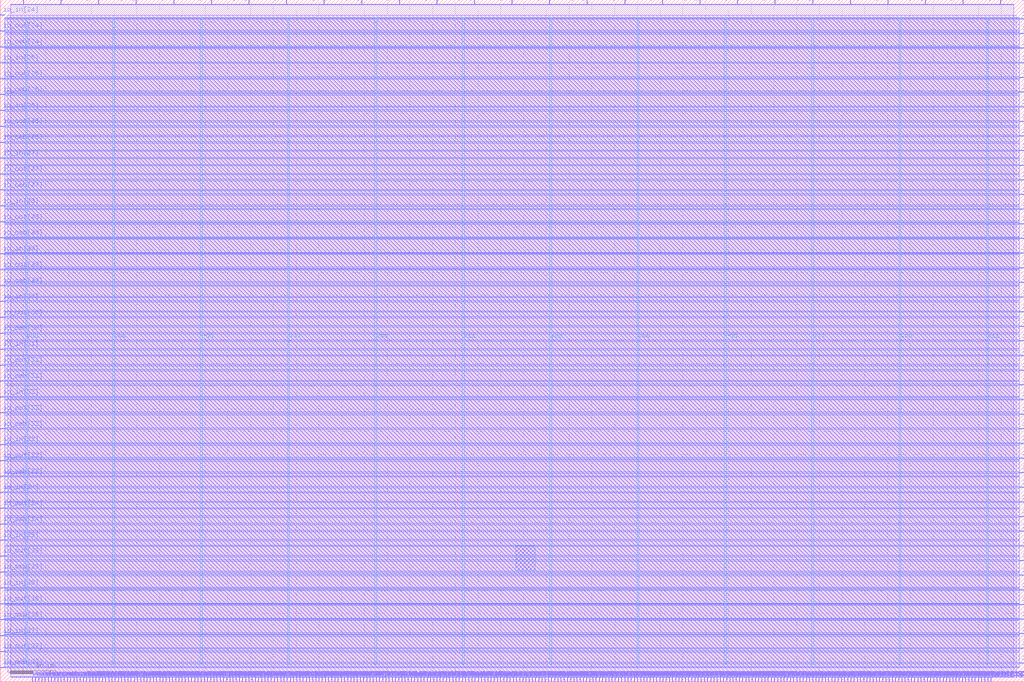
<source format=lef>
VERSION 5.7 ;
  NOWIREEXTENSIONATPIN ON ;
  DIVIDERCHAR "/" ;
  BUSBITCHARS "[]" ;
MACRO rift2Wrap
  CLASS BLOCK ;
  FOREIGN rift2Wrap ;
  ORIGIN 0.000 0.000 ;
  SIZE 900.000 BY 600.000 ;
  PIN io_in[0]
    DIRECTION INPUT ;
    USE SIGNAL ;
    PORT
      LAYER Metal3 ;
        RECT 896.000 16.240 900.000 16.800 ;
    END
  END io_in[0]
  PIN io_in[10]
    DIRECTION INPUT ;
    USE SIGNAL ;
    PORT
      LAYER Metal3 ;
        RECT 896.000 402.640 900.000 403.200 ;
    END
  END io_in[10]
  PIN io_in[11]
    DIRECTION INPUT ;
    USE SIGNAL ;
    PORT
      LAYER Metal3 ;
        RECT 896.000 441.280 900.000 441.840 ;
    END
  END io_in[11]
  PIN io_in[12]
    DIRECTION INPUT ;
    USE SIGNAL ;
    PORT
      LAYER Metal3 ;
        RECT 896.000 479.920 900.000 480.480 ;
    END
  END io_in[12]
  PIN io_in[13]
    DIRECTION INPUT ;
    USE SIGNAL ;
    PORT
      LAYER Metal3 ;
        RECT 896.000 518.560 900.000 519.120 ;
    END
  END io_in[13]
  PIN io_in[14]
    DIRECTION INPUT ;
    USE SIGNAL ;
    PORT
      LAYER Metal3 ;
        RECT 896.000 557.200 900.000 557.760 ;
    END
  END io_in[14]
  PIN io_in[15]
    DIRECTION INPUT ;
    USE SIGNAL ;
    PORT
      LAYER Metal2 ;
        RECT 879.200 596.000 879.760 600.000 ;
    END
  END io_in[15]
  PIN io_in[16]
    DIRECTION INPUT ;
    USE SIGNAL ;
    PORT
      LAYER Metal2 ;
        RECT 780.080 596.000 780.640 600.000 ;
    END
  END io_in[16]
  PIN io_in[17]
    DIRECTION INPUT ;
    USE SIGNAL ;
    PORT
      LAYER Metal2 ;
        RECT 680.960 596.000 681.520 600.000 ;
    END
  END io_in[17]
  PIN io_in[18]
    DIRECTION INPUT ;
    USE SIGNAL ;
    PORT
      LAYER Metal2 ;
        RECT 581.840 596.000 582.400 600.000 ;
    END
  END io_in[18]
  PIN io_in[19]
    DIRECTION INPUT ;
    USE SIGNAL ;
    PORT
      LAYER Metal2 ;
        RECT 482.720 596.000 483.280 600.000 ;
    END
  END io_in[19]
  PIN io_in[1]
    DIRECTION INPUT ;
    USE SIGNAL ;
    PORT
      LAYER Metal3 ;
        RECT 896.000 54.880 900.000 55.440 ;
    END
  END io_in[1]
  PIN io_in[20]
    DIRECTION INPUT ;
    USE SIGNAL ;
    PORT
      LAYER Metal2 ;
        RECT 383.600 596.000 384.160 600.000 ;
    END
  END io_in[20]
  PIN io_in[21]
    DIRECTION INPUT ;
    USE SIGNAL ;
    PORT
      LAYER Metal2 ;
        RECT 284.480 596.000 285.040 600.000 ;
    END
  END io_in[21]
  PIN io_in[22]
    DIRECTION INPUT ;
    USE SIGNAL ;
    PORT
      LAYER Metal2 ;
        RECT 185.360 596.000 185.920 600.000 ;
    END
  END io_in[22]
  PIN io_in[23]
    DIRECTION INPUT ;
    USE SIGNAL ;
    PORT
      LAYER Metal2 ;
        RECT 86.240 596.000 86.800 600.000 ;
    END
  END io_in[23]
  PIN io_in[24]
    DIRECTION INPUT ;
    USE SIGNAL ;
    PORT
      LAYER Metal3 ;
        RECT 0.000 586.320 4.000 586.880 ;
    END
  END io_in[24]
  PIN io_in[25]
    DIRECTION INPUT ;
    USE SIGNAL ;
    PORT
      LAYER Metal3 ;
        RECT 0.000 544.320 4.000 544.880 ;
    END
  END io_in[25]
  PIN io_in[26]
    DIRECTION INPUT ;
    USE SIGNAL ;
    PORT
      LAYER Metal3 ;
        RECT 0.000 502.320 4.000 502.880 ;
    END
  END io_in[26]
  PIN io_in[27]
    DIRECTION INPUT ;
    USE SIGNAL ;
    PORT
      LAYER Metal3 ;
        RECT 0.000 460.320 4.000 460.880 ;
    END
  END io_in[27]
  PIN io_in[28]
    DIRECTION INPUT ;
    USE SIGNAL ;
    PORT
      LAYER Metal3 ;
        RECT 0.000 418.320 4.000 418.880 ;
    END
  END io_in[28]
  PIN io_in[29]
    DIRECTION INPUT ;
    USE SIGNAL ;
    PORT
      LAYER Metal3 ;
        RECT 0.000 376.320 4.000 376.880 ;
    END
  END io_in[29]
  PIN io_in[2]
    DIRECTION INPUT ;
    USE SIGNAL ;
    PORT
      LAYER Metal3 ;
        RECT 896.000 93.520 900.000 94.080 ;
    END
  END io_in[2]
  PIN io_in[30]
    DIRECTION INPUT ;
    USE SIGNAL ;
    PORT
      LAYER Metal3 ;
        RECT 0.000 334.320 4.000 334.880 ;
    END
  END io_in[30]
  PIN io_in[31]
    DIRECTION INPUT ;
    USE SIGNAL ;
    PORT
      LAYER Metal3 ;
        RECT 0.000 292.320 4.000 292.880 ;
    END
  END io_in[31]
  PIN io_in[32]
    DIRECTION INPUT ;
    USE SIGNAL ;
    PORT
      LAYER Metal3 ;
        RECT 0.000 250.320 4.000 250.880 ;
    END
  END io_in[32]
  PIN io_in[33]
    DIRECTION INPUT ;
    USE SIGNAL ;
    PORT
      LAYER Metal3 ;
        RECT 0.000 208.320 4.000 208.880 ;
    END
  END io_in[33]
  PIN io_in[34]
    DIRECTION INPUT ;
    USE SIGNAL ;
    PORT
      LAYER Metal3 ;
        RECT 0.000 166.320 4.000 166.880 ;
    END
  END io_in[34]
  PIN io_in[35]
    DIRECTION INPUT ;
    USE SIGNAL ;
    PORT
      LAYER Metal3 ;
        RECT 0.000 124.320 4.000 124.880 ;
    END
  END io_in[35]
  PIN io_in[36]
    DIRECTION INPUT ;
    USE SIGNAL ;
    PORT
      LAYER Metal3 ;
        RECT 0.000 82.320 4.000 82.880 ;
    END
  END io_in[36]
  PIN io_in[37]
    DIRECTION INPUT ;
    USE SIGNAL ;
    PORT
      LAYER Metal3 ;
        RECT 0.000 40.320 4.000 40.880 ;
    END
  END io_in[37]
  PIN io_in[3]
    DIRECTION INPUT ;
    USE SIGNAL ;
    PORT
      LAYER Metal3 ;
        RECT 896.000 132.160 900.000 132.720 ;
    END
  END io_in[3]
  PIN io_in[4]
    DIRECTION INPUT ;
    USE SIGNAL ;
    PORT
      LAYER Metal3 ;
        RECT 896.000 170.800 900.000 171.360 ;
    END
  END io_in[4]
  PIN io_in[5]
    DIRECTION INPUT ;
    USE SIGNAL ;
    PORT
      LAYER Metal3 ;
        RECT 896.000 209.440 900.000 210.000 ;
    END
  END io_in[5]
  PIN io_in[6]
    DIRECTION INPUT ;
    USE SIGNAL ;
    PORT
      LAYER Metal3 ;
        RECT 896.000 248.080 900.000 248.640 ;
    END
  END io_in[6]
  PIN io_in[7]
    DIRECTION INPUT ;
    USE SIGNAL ;
    PORT
      LAYER Metal3 ;
        RECT 896.000 286.720 900.000 287.280 ;
    END
  END io_in[7]
  PIN io_in[8]
    DIRECTION INPUT ;
    USE SIGNAL ;
    PORT
      LAYER Metal3 ;
        RECT 896.000 325.360 900.000 325.920 ;
    END
  END io_in[8]
  PIN io_in[9]
    DIRECTION INPUT ;
    USE SIGNAL ;
    PORT
      LAYER Metal3 ;
        RECT 896.000 364.000 900.000 364.560 ;
    END
  END io_in[9]
  PIN io_oeb[0]
    DIRECTION OUTPUT TRISTATE ;
    USE SIGNAL ;
    PORT
      LAYER Metal3 ;
        RECT 896.000 42.000 900.000 42.560 ;
    END
  END io_oeb[0]
  PIN io_oeb[10]
    DIRECTION OUTPUT TRISTATE ;
    USE SIGNAL ;
    PORT
      LAYER Metal3 ;
        RECT 896.000 428.400 900.000 428.960 ;
    END
  END io_oeb[10]
  PIN io_oeb[11]
    DIRECTION OUTPUT TRISTATE ;
    USE SIGNAL ;
    PORT
      LAYER Metal3 ;
        RECT 896.000 467.040 900.000 467.600 ;
    END
  END io_oeb[11]
  PIN io_oeb[12]
    DIRECTION OUTPUT TRISTATE ;
    USE SIGNAL ;
    PORT
      LAYER Metal3 ;
        RECT 896.000 505.680 900.000 506.240 ;
    END
  END io_oeb[12]
  PIN io_oeb[13]
    DIRECTION OUTPUT TRISTATE ;
    USE SIGNAL ;
    PORT
      LAYER Metal3 ;
        RECT 896.000 544.320 900.000 544.880 ;
    END
  END io_oeb[13]
  PIN io_oeb[14]
    DIRECTION OUTPUT TRISTATE ;
    USE SIGNAL ;
    PORT
      LAYER Metal3 ;
        RECT 896.000 582.960 900.000 583.520 ;
    END
  END io_oeb[14]
  PIN io_oeb[15]
    DIRECTION OUTPUT TRISTATE ;
    USE SIGNAL ;
    PORT
      LAYER Metal2 ;
        RECT 813.120 596.000 813.680 600.000 ;
    END
  END io_oeb[15]
  PIN io_oeb[16]
    DIRECTION OUTPUT TRISTATE ;
    USE SIGNAL ;
    PORT
      LAYER Metal2 ;
        RECT 714.000 596.000 714.560 600.000 ;
    END
  END io_oeb[16]
  PIN io_oeb[17]
    DIRECTION OUTPUT TRISTATE ;
    USE SIGNAL ;
    PORT
      LAYER Metal2 ;
        RECT 614.880 596.000 615.440 600.000 ;
    END
  END io_oeb[17]
  PIN io_oeb[18]
    DIRECTION OUTPUT TRISTATE ;
    USE SIGNAL ;
    PORT
      LAYER Metal2 ;
        RECT 515.760 596.000 516.320 600.000 ;
    END
  END io_oeb[18]
  PIN io_oeb[19]
    DIRECTION OUTPUT TRISTATE ;
    USE SIGNAL ;
    PORT
      LAYER Metal2 ;
        RECT 416.640 596.000 417.200 600.000 ;
    END
  END io_oeb[19]
  PIN io_oeb[1]
    DIRECTION OUTPUT TRISTATE ;
    USE SIGNAL ;
    PORT
      LAYER Metal3 ;
        RECT 896.000 80.640 900.000 81.200 ;
    END
  END io_oeb[1]
  PIN io_oeb[20]
    DIRECTION OUTPUT TRISTATE ;
    USE SIGNAL ;
    PORT
      LAYER Metal2 ;
        RECT 317.520 596.000 318.080 600.000 ;
    END
  END io_oeb[20]
  PIN io_oeb[21]
    DIRECTION OUTPUT TRISTATE ;
    USE SIGNAL ;
    PORT
      LAYER Metal2 ;
        RECT 218.400 596.000 218.960 600.000 ;
    END
  END io_oeb[21]
  PIN io_oeb[22]
    DIRECTION OUTPUT TRISTATE ;
    USE SIGNAL ;
    PORT
      LAYER Metal2 ;
        RECT 119.280 596.000 119.840 600.000 ;
    END
  END io_oeb[22]
  PIN io_oeb[23]
    DIRECTION OUTPUT TRISTATE ;
    USE SIGNAL ;
    PORT
      LAYER Metal2 ;
        RECT 20.160 596.000 20.720 600.000 ;
    END
  END io_oeb[23]
  PIN io_oeb[24]
    DIRECTION OUTPUT TRISTATE ;
    USE SIGNAL ;
    PORT
      LAYER Metal3 ;
        RECT 0.000 558.320 4.000 558.880 ;
    END
  END io_oeb[24]
  PIN io_oeb[25]
    DIRECTION OUTPUT TRISTATE ;
    USE SIGNAL ;
    PORT
      LAYER Metal3 ;
        RECT 0.000 516.320 4.000 516.880 ;
    END
  END io_oeb[25]
  PIN io_oeb[26]
    DIRECTION OUTPUT TRISTATE ;
    USE SIGNAL ;
    PORT
      LAYER Metal3 ;
        RECT 0.000 474.320 4.000 474.880 ;
    END
  END io_oeb[26]
  PIN io_oeb[27]
    DIRECTION OUTPUT TRISTATE ;
    USE SIGNAL ;
    PORT
      LAYER Metal3 ;
        RECT 0.000 432.320 4.000 432.880 ;
    END
  END io_oeb[27]
  PIN io_oeb[28]
    DIRECTION OUTPUT TRISTATE ;
    USE SIGNAL ;
    PORT
      LAYER Metal3 ;
        RECT 0.000 390.320 4.000 390.880 ;
    END
  END io_oeb[28]
  PIN io_oeb[29]
    DIRECTION OUTPUT TRISTATE ;
    USE SIGNAL ;
    PORT
      LAYER Metal3 ;
        RECT 0.000 348.320 4.000 348.880 ;
    END
  END io_oeb[29]
  PIN io_oeb[2]
    DIRECTION OUTPUT TRISTATE ;
    USE SIGNAL ;
    PORT
      LAYER Metal3 ;
        RECT 896.000 119.280 900.000 119.840 ;
    END
  END io_oeb[2]
  PIN io_oeb[30]
    DIRECTION OUTPUT TRISTATE ;
    USE SIGNAL ;
    PORT
      LAYER Metal3 ;
        RECT 0.000 306.320 4.000 306.880 ;
    END
  END io_oeb[30]
  PIN io_oeb[31]
    DIRECTION OUTPUT TRISTATE ;
    USE SIGNAL ;
    PORT
      LAYER Metal3 ;
        RECT 0.000 264.320 4.000 264.880 ;
    END
  END io_oeb[31]
  PIN io_oeb[32]
    DIRECTION OUTPUT TRISTATE ;
    USE SIGNAL ;
    PORT
      LAYER Metal3 ;
        RECT 0.000 222.320 4.000 222.880 ;
    END
  END io_oeb[32]
  PIN io_oeb[33]
    DIRECTION OUTPUT TRISTATE ;
    USE SIGNAL ;
    PORT
      LAYER Metal3 ;
        RECT 0.000 180.320 4.000 180.880 ;
    END
  END io_oeb[33]
  PIN io_oeb[34]
    DIRECTION OUTPUT TRISTATE ;
    USE SIGNAL ;
    PORT
      LAYER Metal3 ;
        RECT 0.000 138.320 4.000 138.880 ;
    END
  END io_oeb[34]
  PIN io_oeb[35]
    DIRECTION OUTPUT TRISTATE ;
    USE SIGNAL ;
    PORT
      LAYER Metal3 ;
        RECT 0.000 96.320 4.000 96.880 ;
    END
  END io_oeb[35]
  PIN io_oeb[36]
    DIRECTION OUTPUT TRISTATE ;
    USE SIGNAL ;
    PORT
      LAYER Metal3 ;
        RECT 0.000 54.320 4.000 54.880 ;
    END
  END io_oeb[36]
  PIN io_oeb[37]
    DIRECTION OUTPUT TRISTATE ;
    USE SIGNAL ;
    PORT
      LAYER Metal3 ;
        RECT 0.000 12.320 4.000 12.880 ;
    END
  END io_oeb[37]
  PIN io_oeb[3]
    DIRECTION OUTPUT TRISTATE ;
    USE SIGNAL ;
    PORT
      LAYER Metal3 ;
        RECT 896.000 157.920 900.000 158.480 ;
    END
  END io_oeb[3]
  PIN io_oeb[4]
    DIRECTION OUTPUT TRISTATE ;
    USE SIGNAL ;
    PORT
      LAYER Metal3 ;
        RECT 896.000 196.560 900.000 197.120 ;
    END
  END io_oeb[4]
  PIN io_oeb[5]
    DIRECTION OUTPUT TRISTATE ;
    USE SIGNAL ;
    PORT
      LAYER Metal3 ;
        RECT 896.000 235.200 900.000 235.760 ;
    END
  END io_oeb[5]
  PIN io_oeb[6]
    DIRECTION OUTPUT TRISTATE ;
    USE SIGNAL ;
    PORT
      LAYER Metal3 ;
        RECT 896.000 273.840 900.000 274.400 ;
    END
  END io_oeb[6]
  PIN io_oeb[7]
    DIRECTION OUTPUT TRISTATE ;
    USE SIGNAL ;
    PORT
      LAYER Metal3 ;
        RECT 896.000 312.480 900.000 313.040 ;
    END
  END io_oeb[7]
  PIN io_oeb[8]
    DIRECTION OUTPUT TRISTATE ;
    USE SIGNAL ;
    PORT
      LAYER Metal3 ;
        RECT 896.000 351.120 900.000 351.680 ;
    END
  END io_oeb[8]
  PIN io_oeb[9]
    DIRECTION OUTPUT TRISTATE ;
    USE SIGNAL ;
    PORT
      LAYER Metal3 ;
        RECT 896.000 389.760 900.000 390.320 ;
    END
  END io_oeb[9]
  PIN io_out[0]
    DIRECTION OUTPUT TRISTATE ;
    USE SIGNAL ;
    PORT
      LAYER Metal3 ;
        RECT 896.000 29.120 900.000 29.680 ;
    END
  END io_out[0]
  PIN io_out[10]
    DIRECTION OUTPUT TRISTATE ;
    USE SIGNAL ;
    PORT
      LAYER Metal3 ;
        RECT 896.000 415.520 900.000 416.080 ;
    END
  END io_out[10]
  PIN io_out[11]
    DIRECTION OUTPUT TRISTATE ;
    USE SIGNAL ;
    PORT
      LAYER Metal3 ;
        RECT 896.000 454.160 900.000 454.720 ;
    END
  END io_out[11]
  PIN io_out[12]
    DIRECTION OUTPUT TRISTATE ;
    USE SIGNAL ;
    PORT
      LAYER Metal3 ;
        RECT 896.000 492.800 900.000 493.360 ;
    END
  END io_out[12]
  PIN io_out[13]
    DIRECTION OUTPUT TRISTATE ;
    USE SIGNAL ;
    PORT
      LAYER Metal3 ;
        RECT 896.000 531.440 900.000 532.000 ;
    END
  END io_out[13]
  PIN io_out[14]
    DIRECTION OUTPUT TRISTATE ;
    USE SIGNAL ;
    PORT
      LAYER Metal3 ;
        RECT 896.000 570.080 900.000 570.640 ;
    END
  END io_out[14]
  PIN io_out[15]
    DIRECTION OUTPUT TRISTATE ;
    USE SIGNAL ;
    PORT
      LAYER Metal2 ;
        RECT 846.160 596.000 846.720 600.000 ;
    END
  END io_out[15]
  PIN io_out[16]
    DIRECTION OUTPUT TRISTATE ;
    USE SIGNAL ;
    PORT
      LAYER Metal2 ;
        RECT 747.040 596.000 747.600 600.000 ;
    END
  END io_out[16]
  PIN io_out[17]
    DIRECTION OUTPUT TRISTATE ;
    USE SIGNAL ;
    PORT
      LAYER Metal2 ;
        RECT 647.920 596.000 648.480 600.000 ;
    END
  END io_out[17]
  PIN io_out[18]
    DIRECTION OUTPUT TRISTATE ;
    USE SIGNAL ;
    PORT
      LAYER Metal2 ;
        RECT 548.800 596.000 549.360 600.000 ;
    END
  END io_out[18]
  PIN io_out[19]
    DIRECTION OUTPUT TRISTATE ;
    USE SIGNAL ;
    PORT
      LAYER Metal2 ;
        RECT 449.680 596.000 450.240 600.000 ;
    END
  END io_out[19]
  PIN io_out[1]
    DIRECTION OUTPUT TRISTATE ;
    USE SIGNAL ;
    PORT
      LAYER Metal3 ;
        RECT 896.000 67.760 900.000 68.320 ;
    END
  END io_out[1]
  PIN io_out[20]
    DIRECTION OUTPUT TRISTATE ;
    USE SIGNAL ;
    PORT
      LAYER Metal2 ;
        RECT 350.560 596.000 351.120 600.000 ;
    END
  END io_out[20]
  PIN io_out[21]
    DIRECTION OUTPUT TRISTATE ;
    USE SIGNAL ;
    PORT
      LAYER Metal2 ;
        RECT 251.440 596.000 252.000 600.000 ;
    END
  END io_out[21]
  PIN io_out[22]
    DIRECTION OUTPUT TRISTATE ;
    USE SIGNAL ;
    PORT
      LAYER Metal2 ;
        RECT 152.320 596.000 152.880 600.000 ;
    END
  END io_out[22]
  PIN io_out[23]
    DIRECTION OUTPUT TRISTATE ;
    USE SIGNAL ;
    PORT
      LAYER Metal2 ;
        RECT 53.200 596.000 53.760 600.000 ;
    END
  END io_out[23]
  PIN io_out[24]
    DIRECTION OUTPUT TRISTATE ;
    USE SIGNAL ;
    PORT
      LAYER Metal3 ;
        RECT 0.000 572.320 4.000 572.880 ;
    END
  END io_out[24]
  PIN io_out[25]
    DIRECTION OUTPUT TRISTATE ;
    USE SIGNAL ;
    PORT
      LAYER Metal3 ;
        RECT 0.000 530.320 4.000 530.880 ;
    END
  END io_out[25]
  PIN io_out[26]
    DIRECTION OUTPUT TRISTATE ;
    USE SIGNAL ;
    PORT
      LAYER Metal3 ;
        RECT 0.000 488.320 4.000 488.880 ;
    END
  END io_out[26]
  PIN io_out[27]
    DIRECTION OUTPUT TRISTATE ;
    USE SIGNAL ;
    PORT
      LAYER Metal3 ;
        RECT 0.000 446.320 4.000 446.880 ;
    END
  END io_out[27]
  PIN io_out[28]
    DIRECTION OUTPUT TRISTATE ;
    USE SIGNAL ;
    PORT
      LAYER Metal3 ;
        RECT 0.000 404.320 4.000 404.880 ;
    END
  END io_out[28]
  PIN io_out[29]
    DIRECTION OUTPUT TRISTATE ;
    USE SIGNAL ;
    PORT
      LAYER Metal3 ;
        RECT 0.000 362.320 4.000 362.880 ;
    END
  END io_out[29]
  PIN io_out[2]
    DIRECTION OUTPUT TRISTATE ;
    USE SIGNAL ;
    PORT
      LAYER Metal3 ;
        RECT 896.000 106.400 900.000 106.960 ;
    END
  END io_out[2]
  PIN io_out[30]
    DIRECTION OUTPUT TRISTATE ;
    USE SIGNAL ;
    PORT
      LAYER Metal3 ;
        RECT 0.000 320.320 4.000 320.880 ;
    END
  END io_out[30]
  PIN io_out[31]
    DIRECTION OUTPUT TRISTATE ;
    USE SIGNAL ;
    PORT
      LAYER Metal3 ;
        RECT 0.000 278.320 4.000 278.880 ;
    END
  END io_out[31]
  PIN io_out[32]
    DIRECTION OUTPUT TRISTATE ;
    USE SIGNAL ;
    PORT
      LAYER Metal3 ;
        RECT 0.000 236.320 4.000 236.880 ;
    END
  END io_out[32]
  PIN io_out[33]
    DIRECTION OUTPUT TRISTATE ;
    USE SIGNAL ;
    PORT
      LAYER Metal3 ;
        RECT 0.000 194.320 4.000 194.880 ;
    END
  END io_out[33]
  PIN io_out[34]
    DIRECTION OUTPUT TRISTATE ;
    USE SIGNAL ;
    PORT
      LAYER Metal3 ;
        RECT 0.000 152.320 4.000 152.880 ;
    END
  END io_out[34]
  PIN io_out[35]
    DIRECTION OUTPUT TRISTATE ;
    USE SIGNAL ;
    PORT
      LAYER Metal3 ;
        RECT 0.000 110.320 4.000 110.880 ;
    END
  END io_out[35]
  PIN io_out[36]
    DIRECTION OUTPUT TRISTATE ;
    USE SIGNAL ;
    PORT
      LAYER Metal3 ;
        RECT 0.000 68.320 4.000 68.880 ;
    END
  END io_out[36]
  PIN io_out[37]
    DIRECTION OUTPUT TRISTATE ;
    USE SIGNAL ;
    PORT
      LAYER Metal3 ;
        RECT 0.000 26.320 4.000 26.880 ;
    END
  END io_out[37]
  PIN io_out[3]
    DIRECTION OUTPUT TRISTATE ;
    USE SIGNAL ;
    PORT
      LAYER Metal3 ;
        RECT 896.000 145.040 900.000 145.600 ;
    END
  END io_out[3]
  PIN io_out[4]
    DIRECTION OUTPUT TRISTATE ;
    USE SIGNAL ;
    PORT
      LAYER Metal3 ;
        RECT 896.000 183.680 900.000 184.240 ;
    END
  END io_out[4]
  PIN io_out[5]
    DIRECTION OUTPUT TRISTATE ;
    USE SIGNAL ;
    PORT
      LAYER Metal3 ;
        RECT 896.000 222.320 900.000 222.880 ;
    END
  END io_out[5]
  PIN io_out[6]
    DIRECTION OUTPUT TRISTATE ;
    USE SIGNAL ;
    PORT
      LAYER Metal3 ;
        RECT 896.000 260.960 900.000 261.520 ;
    END
  END io_out[6]
  PIN io_out[7]
    DIRECTION OUTPUT TRISTATE ;
    USE SIGNAL ;
    PORT
      LAYER Metal3 ;
        RECT 896.000 299.600 900.000 300.160 ;
    END
  END io_out[7]
  PIN io_out[8]
    DIRECTION OUTPUT TRISTATE ;
    USE SIGNAL ;
    PORT
      LAYER Metal3 ;
        RECT 896.000 338.240 900.000 338.800 ;
    END
  END io_out[8]
  PIN io_out[9]
    DIRECTION OUTPUT TRISTATE ;
    USE SIGNAL ;
    PORT
      LAYER Metal3 ;
        RECT 896.000 376.880 900.000 377.440 ;
    END
  END io_out[9]
  PIN la_data_in[0]
    DIRECTION INPUT ;
    USE SIGNAL ;
    PORT
      LAYER Metal2 ;
        RECT 324.800 0.000 325.360 4.000 ;
    END
  END la_data_in[0]
  PIN la_data_in[10]
    DIRECTION INPUT ;
    USE SIGNAL ;
    PORT
      LAYER Metal2 ;
        RECT 408.800 0.000 409.360 4.000 ;
    END
  END la_data_in[10]
  PIN la_data_in[11]
    DIRECTION INPUT ;
    USE SIGNAL ;
    PORT
      LAYER Metal2 ;
        RECT 417.200 0.000 417.760 4.000 ;
    END
  END la_data_in[11]
  PIN la_data_in[12]
    DIRECTION INPUT ;
    USE SIGNAL ;
    PORT
      LAYER Metal2 ;
        RECT 425.600 0.000 426.160 4.000 ;
    END
  END la_data_in[12]
  PIN la_data_in[13]
    DIRECTION INPUT ;
    USE SIGNAL ;
    PORT
      LAYER Metal2 ;
        RECT 434.000 0.000 434.560 4.000 ;
    END
  END la_data_in[13]
  PIN la_data_in[14]
    DIRECTION INPUT ;
    USE SIGNAL ;
    PORT
      LAYER Metal2 ;
        RECT 442.400 0.000 442.960 4.000 ;
    END
  END la_data_in[14]
  PIN la_data_in[15]
    DIRECTION INPUT ;
    USE SIGNAL ;
    PORT
      LAYER Metal2 ;
        RECT 450.800 0.000 451.360 4.000 ;
    END
  END la_data_in[15]
  PIN la_data_in[16]
    DIRECTION INPUT ;
    USE SIGNAL ;
    PORT
      LAYER Metal2 ;
        RECT 459.200 0.000 459.760 4.000 ;
    END
  END la_data_in[16]
  PIN la_data_in[17]
    DIRECTION INPUT ;
    USE SIGNAL ;
    PORT
      LAYER Metal2 ;
        RECT 467.600 0.000 468.160 4.000 ;
    END
  END la_data_in[17]
  PIN la_data_in[18]
    DIRECTION INPUT ;
    USE SIGNAL ;
    PORT
      LAYER Metal2 ;
        RECT 476.000 0.000 476.560 4.000 ;
    END
  END la_data_in[18]
  PIN la_data_in[19]
    DIRECTION INPUT ;
    USE SIGNAL ;
    PORT
      LAYER Metal2 ;
        RECT 484.400 0.000 484.960 4.000 ;
    END
  END la_data_in[19]
  PIN la_data_in[1]
    DIRECTION INPUT ;
    USE SIGNAL ;
    PORT
      LAYER Metal2 ;
        RECT 333.200 0.000 333.760 4.000 ;
    END
  END la_data_in[1]
  PIN la_data_in[20]
    DIRECTION INPUT ;
    USE SIGNAL ;
    PORT
      LAYER Metal2 ;
        RECT 492.800 0.000 493.360 4.000 ;
    END
  END la_data_in[20]
  PIN la_data_in[21]
    DIRECTION INPUT ;
    USE SIGNAL ;
    PORT
      LAYER Metal2 ;
        RECT 501.200 0.000 501.760 4.000 ;
    END
  END la_data_in[21]
  PIN la_data_in[22]
    DIRECTION INPUT ;
    USE SIGNAL ;
    PORT
      LAYER Metal2 ;
        RECT 509.600 0.000 510.160 4.000 ;
    END
  END la_data_in[22]
  PIN la_data_in[23]
    DIRECTION INPUT ;
    USE SIGNAL ;
    PORT
      LAYER Metal2 ;
        RECT 518.000 0.000 518.560 4.000 ;
    END
  END la_data_in[23]
  PIN la_data_in[24]
    DIRECTION INPUT ;
    USE SIGNAL ;
    PORT
      LAYER Metal2 ;
        RECT 526.400 0.000 526.960 4.000 ;
    END
  END la_data_in[24]
  PIN la_data_in[25]
    DIRECTION INPUT ;
    USE SIGNAL ;
    PORT
      LAYER Metal2 ;
        RECT 534.800 0.000 535.360 4.000 ;
    END
  END la_data_in[25]
  PIN la_data_in[26]
    DIRECTION INPUT ;
    USE SIGNAL ;
    PORT
      LAYER Metal2 ;
        RECT 543.200 0.000 543.760 4.000 ;
    END
  END la_data_in[26]
  PIN la_data_in[27]
    DIRECTION INPUT ;
    USE SIGNAL ;
    PORT
      LAYER Metal2 ;
        RECT 551.600 0.000 552.160 4.000 ;
    END
  END la_data_in[27]
  PIN la_data_in[28]
    DIRECTION INPUT ;
    USE SIGNAL ;
    PORT
      LAYER Metal2 ;
        RECT 560.000 0.000 560.560 4.000 ;
    END
  END la_data_in[28]
  PIN la_data_in[29]
    DIRECTION INPUT ;
    USE SIGNAL ;
    PORT
      LAYER Metal2 ;
        RECT 568.400 0.000 568.960 4.000 ;
    END
  END la_data_in[29]
  PIN la_data_in[2]
    DIRECTION INPUT ;
    USE SIGNAL ;
    PORT
      LAYER Metal2 ;
        RECT 341.600 0.000 342.160 4.000 ;
    END
  END la_data_in[2]
  PIN la_data_in[30]
    DIRECTION INPUT ;
    USE SIGNAL ;
    PORT
      LAYER Metal2 ;
        RECT 576.800 0.000 577.360 4.000 ;
    END
  END la_data_in[30]
  PIN la_data_in[31]
    DIRECTION INPUT ;
    USE SIGNAL ;
    PORT
      LAYER Metal2 ;
        RECT 585.200 0.000 585.760 4.000 ;
    END
  END la_data_in[31]
  PIN la_data_in[32]
    DIRECTION INPUT ;
    USE SIGNAL ;
    PORT
      LAYER Metal2 ;
        RECT 593.600 0.000 594.160 4.000 ;
    END
  END la_data_in[32]
  PIN la_data_in[33]
    DIRECTION INPUT ;
    USE SIGNAL ;
    PORT
      LAYER Metal2 ;
        RECT 602.000 0.000 602.560 4.000 ;
    END
  END la_data_in[33]
  PIN la_data_in[34]
    DIRECTION INPUT ;
    USE SIGNAL ;
    PORT
      LAYER Metal2 ;
        RECT 610.400 0.000 610.960 4.000 ;
    END
  END la_data_in[34]
  PIN la_data_in[35]
    DIRECTION INPUT ;
    USE SIGNAL ;
    PORT
      LAYER Metal2 ;
        RECT 618.800 0.000 619.360 4.000 ;
    END
  END la_data_in[35]
  PIN la_data_in[36]
    DIRECTION INPUT ;
    USE SIGNAL ;
    PORT
      LAYER Metal2 ;
        RECT 627.200 0.000 627.760 4.000 ;
    END
  END la_data_in[36]
  PIN la_data_in[37]
    DIRECTION INPUT ;
    USE SIGNAL ;
    PORT
      LAYER Metal2 ;
        RECT 635.600 0.000 636.160 4.000 ;
    END
  END la_data_in[37]
  PIN la_data_in[38]
    DIRECTION INPUT ;
    USE SIGNAL ;
    PORT
      LAYER Metal2 ;
        RECT 644.000 0.000 644.560 4.000 ;
    END
  END la_data_in[38]
  PIN la_data_in[39]
    DIRECTION INPUT ;
    USE SIGNAL ;
    PORT
      LAYER Metal2 ;
        RECT 652.400 0.000 652.960 4.000 ;
    END
  END la_data_in[39]
  PIN la_data_in[3]
    DIRECTION INPUT ;
    USE SIGNAL ;
    PORT
      LAYER Metal2 ;
        RECT 350.000 0.000 350.560 4.000 ;
    END
  END la_data_in[3]
  PIN la_data_in[40]
    DIRECTION INPUT ;
    USE SIGNAL ;
    PORT
      LAYER Metal2 ;
        RECT 660.800 0.000 661.360 4.000 ;
    END
  END la_data_in[40]
  PIN la_data_in[41]
    DIRECTION INPUT ;
    USE SIGNAL ;
    PORT
      LAYER Metal2 ;
        RECT 669.200 0.000 669.760 4.000 ;
    END
  END la_data_in[41]
  PIN la_data_in[42]
    DIRECTION INPUT ;
    USE SIGNAL ;
    PORT
      LAYER Metal2 ;
        RECT 677.600 0.000 678.160 4.000 ;
    END
  END la_data_in[42]
  PIN la_data_in[43]
    DIRECTION INPUT ;
    USE SIGNAL ;
    PORT
      LAYER Metal2 ;
        RECT 686.000 0.000 686.560 4.000 ;
    END
  END la_data_in[43]
  PIN la_data_in[44]
    DIRECTION INPUT ;
    USE SIGNAL ;
    PORT
      LAYER Metal2 ;
        RECT 694.400 0.000 694.960 4.000 ;
    END
  END la_data_in[44]
  PIN la_data_in[45]
    DIRECTION INPUT ;
    USE SIGNAL ;
    PORT
      LAYER Metal2 ;
        RECT 702.800 0.000 703.360 4.000 ;
    END
  END la_data_in[45]
  PIN la_data_in[46]
    DIRECTION INPUT ;
    USE SIGNAL ;
    PORT
      LAYER Metal2 ;
        RECT 711.200 0.000 711.760 4.000 ;
    END
  END la_data_in[46]
  PIN la_data_in[47]
    DIRECTION INPUT ;
    USE SIGNAL ;
    PORT
      LAYER Metal2 ;
        RECT 719.600 0.000 720.160 4.000 ;
    END
  END la_data_in[47]
  PIN la_data_in[48]
    DIRECTION INPUT ;
    USE SIGNAL ;
    PORT
      LAYER Metal2 ;
        RECT 728.000 0.000 728.560 4.000 ;
    END
  END la_data_in[48]
  PIN la_data_in[49]
    DIRECTION INPUT ;
    USE SIGNAL ;
    PORT
      LAYER Metal2 ;
        RECT 736.400 0.000 736.960 4.000 ;
    END
  END la_data_in[49]
  PIN la_data_in[4]
    DIRECTION INPUT ;
    USE SIGNAL ;
    PORT
      LAYER Metal2 ;
        RECT 358.400 0.000 358.960 4.000 ;
    END
  END la_data_in[4]
  PIN la_data_in[50]
    DIRECTION INPUT ;
    USE SIGNAL ;
    PORT
      LAYER Metal2 ;
        RECT 744.800 0.000 745.360 4.000 ;
    END
  END la_data_in[50]
  PIN la_data_in[51]
    DIRECTION INPUT ;
    USE SIGNAL ;
    PORT
      LAYER Metal2 ;
        RECT 753.200 0.000 753.760 4.000 ;
    END
  END la_data_in[51]
  PIN la_data_in[52]
    DIRECTION INPUT ;
    USE SIGNAL ;
    PORT
      LAYER Metal2 ;
        RECT 761.600 0.000 762.160 4.000 ;
    END
  END la_data_in[52]
  PIN la_data_in[53]
    DIRECTION INPUT ;
    USE SIGNAL ;
    PORT
      LAYER Metal2 ;
        RECT 770.000 0.000 770.560 4.000 ;
    END
  END la_data_in[53]
  PIN la_data_in[54]
    DIRECTION INPUT ;
    USE SIGNAL ;
    PORT
      LAYER Metal2 ;
        RECT 778.400 0.000 778.960 4.000 ;
    END
  END la_data_in[54]
  PIN la_data_in[55]
    DIRECTION INPUT ;
    USE SIGNAL ;
    PORT
      LAYER Metal2 ;
        RECT 786.800 0.000 787.360 4.000 ;
    END
  END la_data_in[55]
  PIN la_data_in[56]
    DIRECTION INPUT ;
    USE SIGNAL ;
    PORT
      LAYER Metal2 ;
        RECT 795.200 0.000 795.760 4.000 ;
    END
  END la_data_in[56]
  PIN la_data_in[57]
    DIRECTION INPUT ;
    USE SIGNAL ;
    PORT
      LAYER Metal2 ;
        RECT 803.600 0.000 804.160 4.000 ;
    END
  END la_data_in[57]
  PIN la_data_in[58]
    DIRECTION INPUT ;
    USE SIGNAL ;
    PORT
      LAYER Metal2 ;
        RECT 812.000 0.000 812.560 4.000 ;
    END
  END la_data_in[58]
  PIN la_data_in[59]
    DIRECTION INPUT ;
    USE SIGNAL ;
    PORT
      LAYER Metal2 ;
        RECT 820.400 0.000 820.960 4.000 ;
    END
  END la_data_in[59]
  PIN la_data_in[5]
    DIRECTION INPUT ;
    USE SIGNAL ;
    PORT
      LAYER Metal2 ;
        RECT 366.800 0.000 367.360 4.000 ;
    END
  END la_data_in[5]
  PIN la_data_in[60]
    DIRECTION INPUT ;
    USE SIGNAL ;
    PORT
      LAYER Metal2 ;
        RECT 828.800 0.000 829.360 4.000 ;
    END
  END la_data_in[60]
  PIN la_data_in[61]
    DIRECTION INPUT ;
    USE SIGNAL ;
    PORT
      LAYER Metal2 ;
        RECT 837.200 0.000 837.760 4.000 ;
    END
  END la_data_in[61]
  PIN la_data_in[62]
    DIRECTION INPUT ;
    USE SIGNAL ;
    PORT
      LAYER Metal2 ;
        RECT 845.600 0.000 846.160 4.000 ;
    END
  END la_data_in[62]
  PIN la_data_in[63]
    DIRECTION INPUT ;
    USE SIGNAL ;
    PORT
      LAYER Metal2 ;
        RECT 854.000 0.000 854.560 4.000 ;
    END
  END la_data_in[63]
  PIN la_data_in[6]
    DIRECTION INPUT ;
    USE SIGNAL ;
    PORT
      LAYER Metal2 ;
        RECT 375.200 0.000 375.760 4.000 ;
    END
  END la_data_in[6]
  PIN la_data_in[7]
    DIRECTION INPUT ;
    USE SIGNAL ;
    PORT
      LAYER Metal2 ;
        RECT 383.600 0.000 384.160 4.000 ;
    END
  END la_data_in[7]
  PIN la_data_in[8]
    DIRECTION INPUT ;
    USE SIGNAL ;
    PORT
      LAYER Metal2 ;
        RECT 392.000 0.000 392.560 4.000 ;
    END
  END la_data_in[8]
  PIN la_data_in[9]
    DIRECTION INPUT ;
    USE SIGNAL ;
    PORT
      LAYER Metal2 ;
        RECT 400.400 0.000 400.960 4.000 ;
    END
  END la_data_in[9]
  PIN la_data_out[0]
    DIRECTION OUTPUT TRISTATE ;
    USE SIGNAL ;
    PORT
      LAYER Metal2 ;
        RECT 327.600 0.000 328.160 4.000 ;
    END
  END la_data_out[0]
  PIN la_data_out[10]
    DIRECTION OUTPUT TRISTATE ;
    USE SIGNAL ;
    PORT
      LAYER Metal2 ;
        RECT 411.600 0.000 412.160 4.000 ;
    END
  END la_data_out[10]
  PIN la_data_out[11]
    DIRECTION OUTPUT TRISTATE ;
    USE SIGNAL ;
    PORT
      LAYER Metal2 ;
        RECT 420.000 0.000 420.560 4.000 ;
    END
  END la_data_out[11]
  PIN la_data_out[12]
    DIRECTION OUTPUT TRISTATE ;
    USE SIGNAL ;
    PORT
      LAYER Metal2 ;
        RECT 428.400 0.000 428.960 4.000 ;
    END
  END la_data_out[12]
  PIN la_data_out[13]
    DIRECTION OUTPUT TRISTATE ;
    USE SIGNAL ;
    PORT
      LAYER Metal2 ;
        RECT 436.800 0.000 437.360 4.000 ;
    END
  END la_data_out[13]
  PIN la_data_out[14]
    DIRECTION OUTPUT TRISTATE ;
    USE SIGNAL ;
    PORT
      LAYER Metal2 ;
        RECT 445.200 0.000 445.760 4.000 ;
    END
  END la_data_out[14]
  PIN la_data_out[15]
    DIRECTION OUTPUT TRISTATE ;
    USE SIGNAL ;
    PORT
      LAYER Metal2 ;
        RECT 453.600 0.000 454.160 4.000 ;
    END
  END la_data_out[15]
  PIN la_data_out[16]
    DIRECTION OUTPUT TRISTATE ;
    USE SIGNAL ;
    PORT
      LAYER Metal2 ;
        RECT 462.000 0.000 462.560 4.000 ;
    END
  END la_data_out[16]
  PIN la_data_out[17]
    DIRECTION OUTPUT TRISTATE ;
    USE SIGNAL ;
    PORT
      LAYER Metal2 ;
        RECT 470.400 0.000 470.960 4.000 ;
    END
  END la_data_out[17]
  PIN la_data_out[18]
    DIRECTION OUTPUT TRISTATE ;
    USE SIGNAL ;
    PORT
      LAYER Metal2 ;
        RECT 478.800 0.000 479.360 4.000 ;
    END
  END la_data_out[18]
  PIN la_data_out[19]
    DIRECTION OUTPUT TRISTATE ;
    USE SIGNAL ;
    PORT
      LAYER Metal2 ;
        RECT 487.200 0.000 487.760 4.000 ;
    END
  END la_data_out[19]
  PIN la_data_out[1]
    DIRECTION OUTPUT TRISTATE ;
    USE SIGNAL ;
    PORT
      LAYER Metal2 ;
        RECT 336.000 0.000 336.560 4.000 ;
    END
  END la_data_out[1]
  PIN la_data_out[20]
    DIRECTION OUTPUT TRISTATE ;
    USE SIGNAL ;
    PORT
      LAYER Metal2 ;
        RECT 495.600 0.000 496.160 4.000 ;
    END
  END la_data_out[20]
  PIN la_data_out[21]
    DIRECTION OUTPUT TRISTATE ;
    USE SIGNAL ;
    PORT
      LAYER Metal2 ;
        RECT 504.000 0.000 504.560 4.000 ;
    END
  END la_data_out[21]
  PIN la_data_out[22]
    DIRECTION OUTPUT TRISTATE ;
    USE SIGNAL ;
    PORT
      LAYER Metal2 ;
        RECT 512.400 0.000 512.960 4.000 ;
    END
  END la_data_out[22]
  PIN la_data_out[23]
    DIRECTION OUTPUT TRISTATE ;
    USE SIGNAL ;
    PORT
      LAYER Metal2 ;
        RECT 520.800 0.000 521.360 4.000 ;
    END
  END la_data_out[23]
  PIN la_data_out[24]
    DIRECTION OUTPUT TRISTATE ;
    USE SIGNAL ;
    PORT
      LAYER Metal2 ;
        RECT 529.200 0.000 529.760 4.000 ;
    END
  END la_data_out[24]
  PIN la_data_out[25]
    DIRECTION OUTPUT TRISTATE ;
    USE SIGNAL ;
    PORT
      LAYER Metal2 ;
        RECT 537.600 0.000 538.160 4.000 ;
    END
  END la_data_out[25]
  PIN la_data_out[26]
    DIRECTION OUTPUT TRISTATE ;
    USE SIGNAL ;
    PORT
      LAYER Metal2 ;
        RECT 546.000 0.000 546.560 4.000 ;
    END
  END la_data_out[26]
  PIN la_data_out[27]
    DIRECTION OUTPUT TRISTATE ;
    USE SIGNAL ;
    PORT
      LAYER Metal2 ;
        RECT 554.400 0.000 554.960 4.000 ;
    END
  END la_data_out[27]
  PIN la_data_out[28]
    DIRECTION OUTPUT TRISTATE ;
    USE SIGNAL ;
    PORT
      LAYER Metal2 ;
        RECT 562.800 0.000 563.360 4.000 ;
    END
  END la_data_out[28]
  PIN la_data_out[29]
    DIRECTION OUTPUT TRISTATE ;
    USE SIGNAL ;
    PORT
      LAYER Metal2 ;
        RECT 571.200 0.000 571.760 4.000 ;
    END
  END la_data_out[29]
  PIN la_data_out[2]
    DIRECTION OUTPUT TRISTATE ;
    USE SIGNAL ;
    PORT
      LAYER Metal2 ;
        RECT 344.400 0.000 344.960 4.000 ;
    END
  END la_data_out[2]
  PIN la_data_out[30]
    DIRECTION OUTPUT TRISTATE ;
    USE SIGNAL ;
    PORT
      LAYER Metal2 ;
        RECT 579.600 0.000 580.160 4.000 ;
    END
  END la_data_out[30]
  PIN la_data_out[31]
    DIRECTION OUTPUT TRISTATE ;
    USE SIGNAL ;
    PORT
      LAYER Metal2 ;
        RECT 588.000 0.000 588.560 4.000 ;
    END
  END la_data_out[31]
  PIN la_data_out[32]
    DIRECTION OUTPUT TRISTATE ;
    USE SIGNAL ;
    PORT
      LAYER Metal2 ;
        RECT 596.400 0.000 596.960 4.000 ;
    END
  END la_data_out[32]
  PIN la_data_out[33]
    DIRECTION OUTPUT TRISTATE ;
    USE SIGNAL ;
    PORT
      LAYER Metal2 ;
        RECT 604.800 0.000 605.360 4.000 ;
    END
  END la_data_out[33]
  PIN la_data_out[34]
    DIRECTION OUTPUT TRISTATE ;
    USE SIGNAL ;
    PORT
      LAYER Metal2 ;
        RECT 613.200 0.000 613.760 4.000 ;
    END
  END la_data_out[34]
  PIN la_data_out[35]
    DIRECTION OUTPUT TRISTATE ;
    USE SIGNAL ;
    PORT
      LAYER Metal2 ;
        RECT 621.600 0.000 622.160 4.000 ;
    END
  END la_data_out[35]
  PIN la_data_out[36]
    DIRECTION OUTPUT TRISTATE ;
    USE SIGNAL ;
    PORT
      LAYER Metal2 ;
        RECT 630.000 0.000 630.560 4.000 ;
    END
  END la_data_out[36]
  PIN la_data_out[37]
    DIRECTION OUTPUT TRISTATE ;
    USE SIGNAL ;
    PORT
      LAYER Metal2 ;
        RECT 638.400 0.000 638.960 4.000 ;
    END
  END la_data_out[37]
  PIN la_data_out[38]
    DIRECTION OUTPUT TRISTATE ;
    USE SIGNAL ;
    PORT
      LAYER Metal2 ;
        RECT 646.800 0.000 647.360 4.000 ;
    END
  END la_data_out[38]
  PIN la_data_out[39]
    DIRECTION OUTPUT TRISTATE ;
    USE SIGNAL ;
    PORT
      LAYER Metal2 ;
        RECT 655.200 0.000 655.760 4.000 ;
    END
  END la_data_out[39]
  PIN la_data_out[3]
    DIRECTION OUTPUT TRISTATE ;
    USE SIGNAL ;
    PORT
      LAYER Metal2 ;
        RECT 352.800 0.000 353.360 4.000 ;
    END
  END la_data_out[3]
  PIN la_data_out[40]
    DIRECTION OUTPUT TRISTATE ;
    USE SIGNAL ;
    PORT
      LAYER Metal2 ;
        RECT 663.600 0.000 664.160 4.000 ;
    END
  END la_data_out[40]
  PIN la_data_out[41]
    DIRECTION OUTPUT TRISTATE ;
    USE SIGNAL ;
    PORT
      LAYER Metal2 ;
        RECT 672.000 0.000 672.560 4.000 ;
    END
  END la_data_out[41]
  PIN la_data_out[42]
    DIRECTION OUTPUT TRISTATE ;
    USE SIGNAL ;
    PORT
      LAYER Metal2 ;
        RECT 680.400 0.000 680.960 4.000 ;
    END
  END la_data_out[42]
  PIN la_data_out[43]
    DIRECTION OUTPUT TRISTATE ;
    USE SIGNAL ;
    PORT
      LAYER Metal2 ;
        RECT 688.800 0.000 689.360 4.000 ;
    END
  END la_data_out[43]
  PIN la_data_out[44]
    DIRECTION OUTPUT TRISTATE ;
    USE SIGNAL ;
    PORT
      LAYER Metal2 ;
        RECT 697.200 0.000 697.760 4.000 ;
    END
  END la_data_out[44]
  PIN la_data_out[45]
    DIRECTION OUTPUT TRISTATE ;
    USE SIGNAL ;
    PORT
      LAYER Metal2 ;
        RECT 705.600 0.000 706.160 4.000 ;
    END
  END la_data_out[45]
  PIN la_data_out[46]
    DIRECTION OUTPUT TRISTATE ;
    USE SIGNAL ;
    PORT
      LAYER Metal2 ;
        RECT 714.000 0.000 714.560 4.000 ;
    END
  END la_data_out[46]
  PIN la_data_out[47]
    DIRECTION OUTPUT TRISTATE ;
    USE SIGNAL ;
    PORT
      LAYER Metal2 ;
        RECT 722.400 0.000 722.960 4.000 ;
    END
  END la_data_out[47]
  PIN la_data_out[48]
    DIRECTION OUTPUT TRISTATE ;
    USE SIGNAL ;
    PORT
      LAYER Metal2 ;
        RECT 730.800 0.000 731.360 4.000 ;
    END
  END la_data_out[48]
  PIN la_data_out[49]
    DIRECTION OUTPUT TRISTATE ;
    USE SIGNAL ;
    PORT
      LAYER Metal2 ;
        RECT 739.200 0.000 739.760 4.000 ;
    END
  END la_data_out[49]
  PIN la_data_out[4]
    DIRECTION OUTPUT TRISTATE ;
    USE SIGNAL ;
    PORT
      LAYER Metal2 ;
        RECT 361.200 0.000 361.760 4.000 ;
    END
  END la_data_out[4]
  PIN la_data_out[50]
    DIRECTION OUTPUT TRISTATE ;
    USE SIGNAL ;
    PORT
      LAYER Metal2 ;
        RECT 747.600 0.000 748.160 4.000 ;
    END
  END la_data_out[50]
  PIN la_data_out[51]
    DIRECTION OUTPUT TRISTATE ;
    USE SIGNAL ;
    PORT
      LAYER Metal2 ;
        RECT 756.000 0.000 756.560 4.000 ;
    END
  END la_data_out[51]
  PIN la_data_out[52]
    DIRECTION OUTPUT TRISTATE ;
    USE SIGNAL ;
    PORT
      LAYER Metal2 ;
        RECT 764.400 0.000 764.960 4.000 ;
    END
  END la_data_out[52]
  PIN la_data_out[53]
    DIRECTION OUTPUT TRISTATE ;
    USE SIGNAL ;
    PORT
      LAYER Metal2 ;
        RECT 772.800 0.000 773.360 4.000 ;
    END
  END la_data_out[53]
  PIN la_data_out[54]
    DIRECTION OUTPUT TRISTATE ;
    USE SIGNAL ;
    PORT
      LAYER Metal2 ;
        RECT 781.200 0.000 781.760 4.000 ;
    END
  END la_data_out[54]
  PIN la_data_out[55]
    DIRECTION OUTPUT TRISTATE ;
    USE SIGNAL ;
    PORT
      LAYER Metal2 ;
        RECT 789.600 0.000 790.160 4.000 ;
    END
  END la_data_out[55]
  PIN la_data_out[56]
    DIRECTION OUTPUT TRISTATE ;
    USE SIGNAL ;
    PORT
      LAYER Metal2 ;
        RECT 798.000 0.000 798.560 4.000 ;
    END
  END la_data_out[56]
  PIN la_data_out[57]
    DIRECTION OUTPUT TRISTATE ;
    USE SIGNAL ;
    PORT
      LAYER Metal2 ;
        RECT 806.400 0.000 806.960 4.000 ;
    END
  END la_data_out[57]
  PIN la_data_out[58]
    DIRECTION OUTPUT TRISTATE ;
    USE SIGNAL ;
    PORT
      LAYER Metal2 ;
        RECT 814.800 0.000 815.360 4.000 ;
    END
  END la_data_out[58]
  PIN la_data_out[59]
    DIRECTION OUTPUT TRISTATE ;
    USE SIGNAL ;
    PORT
      LAYER Metal2 ;
        RECT 823.200 0.000 823.760 4.000 ;
    END
  END la_data_out[59]
  PIN la_data_out[5]
    DIRECTION OUTPUT TRISTATE ;
    USE SIGNAL ;
    PORT
      LAYER Metal2 ;
        RECT 369.600 0.000 370.160 4.000 ;
    END
  END la_data_out[5]
  PIN la_data_out[60]
    DIRECTION OUTPUT TRISTATE ;
    USE SIGNAL ;
    PORT
      LAYER Metal2 ;
        RECT 831.600 0.000 832.160 4.000 ;
    END
  END la_data_out[60]
  PIN la_data_out[61]
    DIRECTION OUTPUT TRISTATE ;
    USE SIGNAL ;
    PORT
      LAYER Metal2 ;
        RECT 840.000 0.000 840.560 4.000 ;
    END
  END la_data_out[61]
  PIN la_data_out[62]
    DIRECTION OUTPUT TRISTATE ;
    USE SIGNAL ;
    PORT
      LAYER Metal2 ;
        RECT 848.400 0.000 848.960 4.000 ;
    END
  END la_data_out[62]
  PIN la_data_out[63]
    DIRECTION OUTPUT TRISTATE ;
    USE SIGNAL ;
    PORT
      LAYER Metal2 ;
        RECT 856.800 0.000 857.360 4.000 ;
    END
  END la_data_out[63]
  PIN la_data_out[6]
    DIRECTION OUTPUT TRISTATE ;
    USE SIGNAL ;
    PORT
      LAYER Metal2 ;
        RECT 378.000 0.000 378.560 4.000 ;
    END
  END la_data_out[6]
  PIN la_data_out[7]
    DIRECTION OUTPUT TRISTATE ;
    USE SIGNAL ;
    PORT
      LAYER Metal2 ;
        RECT 386.400 0.000 386.960 4.000 ;
    END
  END la_data_out[7]
  PIN la_data_out[8]
    DIRECTION OUTPUT TRISTATE ;
    USE SIGNAL ;
    PORT
      LAYER Metal2 ;
        RECT 394.800 0.000 395.360 4.000 ;
    END
  END la_data_out[8]
  PIN la_data_out[9]
    DIRECTION OUTPUT TRISTATE ;
    USE SIGNAL ;
    PORT
      LAYER Metal2 ;
        RECT 403.200 0.000 403.760 4.000 ;
    END
  END la_data_out[9]
  PIN la_oenb[0]
    DIRECTION INPUT ;
    USE SIGNAL ;
    PORT
      LAYER Metal2 ;
        RECT 330.400 0.000 330.960 4.000 ;
    END
  END la_oenb[0]
  PIN la_oenb[10]
    DIRECTION INPUT ;
    USE SIGNAL ;
    PORT
      LAYER Metal2 ;
        RECT 414.400 0.000 414.960 4.000 ;
    END
  END la_oenb[10]
  PIN la_oenb[11]
    DIRECTION INPUT ;
    USE SIGNAL ;
    PORT
      LAYER Metal2 ;
        RECT 422.800 0.000 423.360 4.000 ;
    END
  END la_oenb[11]
  PIN la_oenb[12]
    DIRECTION INPUT ;
    USE SIGNAL ;
    PORT
      LAYER Metal2 ;
        RECT 431.200 0.000 431.760 4.000 ;
    END
  END la_oenb[12]
  PIN la_oenb[13]
    DIRECTION INPUT ;
    USE SIGNAL ;
    PORT
      LAYER Metal2 ;
        RECT 439.600 0.000 440.160 4.000 ;
    END
  END la_oenb[13]
  PIN la_oenb[14]
    DIRECTION INPUT ;
    USE SIGNAL ;
    PORT
      LAYER Metal2 ;
        RECT 448.000 0.000 448.560 4.000 ;
    END
  END la_oenb[14]
  PIN la_oenb[15]
    DIRECTION INPUT ;
    USE SIGNAL ;
    PORT
      LAYER Metal2 ;
        RECT 456.400 0.000 456.960 4.000 ;
    END
  END la_oenb[15]
  PIN la_oenb[16]
    DIRECTION INPUT ;
    USE SIGNAL ;
    PORT
      LAYER Metal2 ;
        RECT 464.800 0.000 465.360 4.000 ;
    END
  END la_oenb[16]
  PIN la_oenb[17]
    DIRECTION INPUT ;
    USE SIGNAL ;
    PORT
      LAYER Metal2 ;
        RECT 473.200 0.000 473.760 4.000 ;
    END
  END la_oenb[17]
  PIN la_oenb[18]
    DIRECTION INPUT ;
    USE SIGNAL ;
    PORT
      LAYER Metal2 ;
        RECT 481.600 0.000 482.160 4.000 ;
    END
  END la_oenb[18]
  PIN la_oenb[19]
    DIRECTION INPUT ;
    USE SIGNAL ;
    PORT
      LAYER Metal2 ;
        RECT 490.000 0.000 490.560 4.000 ;
    END
  END la_oenb[19]
  PIN la_oenb[1]
    DIRECTION INPUT ;
    USE SIGNAL ;
    PORT
      LAYER Metal2 ;
        RECT 338.800 0.000 339.360 4.000 ;
    END
  END la_oenb[1]
  PIN la_oenb[20]
    DIRECTION INPUT ;
    USE SIGNAL ;
    PORT
      LAYER Metal2 ;
        RECT 498.400 0.000 498.960 4.000 ;
    END
  END la_oenb[20]
  PIN la_oenb[21]
    DIRECTION INPUT ;
    USE SIGNAL ;
    PORT
      LAYER Metal2 ;
        RECT 506.800 0.000 507.360 4.000 ;
    END
  END la_oenb[21]
  PIN la_oenb[22]
    DIRECTION INPUT ;
    USE SIGNAL ;
    PORT
      LAYER Metal2 ;
        RECT 515.200 0.000 515.760 4.000 ;
    END
  END la_oenb[22]
  PIN la_oenb[23]
    DIRECTION INPUT ;
    USE SIGNAL ;
    PORT
      LAYER Metal2 ;
        RECT 523.600 0.000 524.160 4.000 ;
    END
  END la_oenb[23]
  PIN la_oenb[24]
    DIRECTION INPUT ;
    USE SIGNAL ;
    PORT
      LAYER Metal2 ;
        RECT 532.000 0.000 532.560 4.000 ;
    END
  END la_oenb[24]
  PIN la_oenb[25]
    DIRECTION INPUT ;
    USE SIGNAL ;
    PORT
      LAYER Metal2 ;
        RECT 540.400 0.000 540.960 4.000 ;
    END
  END la_oenb[25]
  PIN la_oenb[26]
    DIRECTION INPUT ;
    USE SIGNAL ;
    PORT
      LAYER Metal2 ;
        RECT 548.800 0.000 549.360 4.000 ;
    END
  END la_oenb[26]
  PIN la_oenb[27]
    DIRECTION INPUT ;
    USE SIGNAL ;
    PORT
      LAYER Metal2 ;
        RECT 557.200 0.000 557.760 4.000 ;
    END
  END la_oenb[27]
  PIN la_oenb[28]
    DIRECTION INPUT ;
    USE SIGNAL ;
    PORT
      LAYER Metal2 ;
        RECT 565.600 0.000 566.160 4.000 ;
    END
  END la_oenb[28]
  PIN la_oenb[29]
    DIRECTION INPUT ;
    USE SIGNAL ;
    PORT
      LAYER Metal2 ;
        RECT 574.000 0.000 574.560 4.000 ;
    END
  END la_oenb[29]
  PIN la_oenb[2]
    DIRECTION INPUT ;
    USE SIGNAL ;
    PORT
      LAYER Metal2 ;
        RECT 347.200 0.000 347.760 4.000 ;
    END
  END la_oenb[2]
  PIN la_oenb[30]
    DIRECTION INPUT ;
    USE SIGNAL ;
    PORT
      LAYER Metal2 ;
        RECT 582.400 0.000 582.960 4.000 ;
    END
  END la_oenb[30]
  PIN la_oenb[31]
    DIRECTION INPUT ;
    USE SIGNAL ;
    PORT
      LAYER Metal2 ;
        RECT 590.800 0.000 591.360 4.000 ;
    END
  END la_oenb[31]
  PIN la_oenb[32]
    DIRECTION INPUT ;
    USE SIGNAL ;
    PORT
      LAYER Metal2 ;
        RECT 599.200 0.000 599.760 4.000 ;
    END
  END la_oenb[32]
  PIN la_oenb[33]
    DIRECTION INPUT ;
    USE SIGNAL ;
    PORT
      LAYER Metal2 ;
        RECT 607.600 0.000 608.160 4.000 ;
    END
  END la_oenb[33]
  PIN la_oenb[34]
    DIRECTION INPUT ;
    USE SIGNAL ;
    PORT
      LAYER Metal2 ;
        RECT 616.000 0.000 616.560 4.000 ;
    END
  END la_oenb[34]
  PIN la_oenb[35]
    DIRECTION INPUT ;
    USE SIGNAL ;
    PORT
      LAYER Metal2 ;
        RECT 624.400 0.000 624.960 4.000 ;
    END
  END la_oenb[35]
  PIN la_oenb[36]
    DIRECTION INPUT ;
    USE SIGNAL ;
    PORT
      LAYER Metal2 ;
        RECT 632.800 0.000 633.360 4.000 ;
    END
  END la_oenb[36]
  PIN la_oenb[37]
    DIRECTION INPUT ;
    USE SIGNAL ;
    PORT
      LAYER Metal2 ;
        RECT 641.200 0.000 641.760 4.000 ;
    END
  END la_oenb[37]
  PIN la_oenb[38]
    DIRECTION INPUT ;
    USE SIGNAL ;
    PORT
      LAYER Metal2 ;
        RECT 649.600 0.000 650.160 4.000 ;
    END
  END la_oenb[38]
  PIN la_oenb[39]
    DIRECTION INPUT ;
    USE SIGNAL ;
    PORT
      LAYER Metal2 ;
        RECT 658.000 0.000 658.560 4.000 ;
    END
  END la_oenb[39]
  PIN la_oenb[3]
    DIRECTION INPUT ;
    USE SIGNAL ;
    PORT
      LAYER Metal2 ;
        RECT 355.600 0.000 356.160 4.000 ;
    END
  END la_oenb[3]
  PIN la_oenb[40]
    DIRECTION INPUT ;
    USE SIGNAL ;
    PORT
      LAYER Metal2 ;
        RECT 666.400 0.000 666.960 4.000 ;
    END
  END la_oenb[40]
  PIN la_oenb[41]
    DIRECTION INPUT ;
    USE SIGNAL ;
    PORT
      LAYER Metal2 ;
        RECT 674.800 0.000 675.360 4.000 ;
    END
  END la_oenb[41]
  PIN la_oenb[42]
    DIRECTION INPUT ;
    USE SIGNAL ;
    PORT
      LAYER Metal2 ;
        RECT 683.200 0.000 683.760 4.000 ;
    END
  END la_oenb[42]
  PIN la_oenb[43]
    DIRECTION INPUT ;
    USE SIGNAL ;
    PORT
      LAYER Metal2 ;
        RECT 691.600 0.000 692.160 4.000 ;
    END
  END la_oenb[43]
  PIN la_oenb[44]
    DIRECTION INPUT ;
    USE SIGNAL ;
    PORT
      LAYER Metal2 ;
        RECT 700.000 0.000 700.560 4.000 ;
    END
  END la_oenb[44]
  PIN la_oenb[45]
    DIRECTION INPUT ;
    USE SIGNAL ;
    PORT
      LAYER Metal2 ;
        RECT 708.400 0.000 708.960 4.000 ;
    END
  END la_oenb[45]
  PIN la_oenb[46]
    DIRECTION INPUT ;
    USE SIGNAL ;
    PORT
      LAYER Metal2 ;
        RECT 716.800 0.000 717.360 4.000 ;
    END
  END la_oenb[46]
  PIN la_oenb[47]
    DIRECTION INPUT ;
    USE SIGNAL ;
    PORT
      LAYER Metal2 ;
        RECT 725.200 0.000 725.760 4.000 ;
    END
  END la_oenb[47]
  PIN la_oenb[48]
    DIRECTION INPUT ;
    USE SIGNAL ;
    PORT
      LAYER Metal2 ;
        RECT 733.600 0.000 734.160 4.000 ;
    END
  END la_oenb[48]
  PIN la_oenb[49]
    DIRECTION INPUT ;
    USE SIGNAL ;
    PORT
      LAYER Metal2 ;
        RECT 742.000 0.000 742.560 4.000 ;
    END
  END la_oenb[49]
  PIN la_oenb[4]
    DIRECTION INPUT ;
    USE SIGNAL ;
    PORT
      LAYER Metal2 ;
        RECT 364.000 0.000 364.560 4.000 ;
    END
  END la_oenb[4]
  PIN la_oenb[50]
    DIRECTION INPUT ;
    USE SIGNAL ;
    PORT
      LAYER Metal2 ;
        RECT 750.400 0.000 750.960 4.000 ;
    END
  END la_oenb[50]
  PIN la_oenb[51]
    DIRECTION INPUT ;
    USE SIGNAL ;
    PORT
      LAYER Metal2 ;
        RECT 758.800 0.000 759.360 4.000 ;
    END
  END la_oenb[51]
  PIN la_oenb[52]
    DIRECTION INPUT ;
    USE SIGNAL ;
    PORT
      LAYER Metal2 ;
        RECT 767.200 0.000 767.760 4.000 ;
    END
  END la_oenb[52]
  PIN la_oenb[53]
    DIRECTION INPUT ;
    USE SIGNAL ;
    PORT
      LAYER Metal2 ;
        RECT 775.600 0.000 776.160 4.000 ;
    END
  END la_oenb[53]
  PIN la_oenb[54]
    DIRECTION INPUT ;
    USE SIGNAL ;
    PORT
      LAYER Metal2 ;
        RECT 784.000 0.000 784.560 4.000 ;
    END
  END la_oenb[54]
  PIN la_oenb[55]
    DIRECTION INPUT ;
    USE SIGNAL ;
    PORT
      LAYER Metal2 ;
        RECT 792.400 0.000 792.960 4.000 ;
    END
  END la_oenb[55]
  PIN la_oenb[56]
    DIRECTION INPUT ;
    USE SIGNAL ;
    PORT
      LAYER Metal2 ;
        RECT 800.800 0.000 801.360 4.000 ;
    END
  END la_oenb[56]
  PIN la_oenb[57]
    DIRECTION INPUT ;
    USE SIGNAL ;
    PORT
      LAYER Metal2 ;
        RECT 809.200 0.000 809.760 4.000 ;
    END
  END la_oenb[57]
  PIN la_oenb[58]
    DIRECTION INPUT ;
    USE SIGNAL ;
    PORT
      LAYER Metal2 ;
        RECT 817.600 0.000 818.160 4.000 ;
    END
  END la_oenb[58]
  PIN la_oenb[59]
    DIRECTION INPUT ;
    USE SIGNAL ;
    PORT
      LAYER Metal2 ;
        RECT 826.000 0.000 826.560 4.000 ;
    END
  END la_oenb[59]
  PIN la_oenb[5]
    DIRECTION INPUT ;
    USE SIGNAL ;
    PORT
      LAYER Metal2 ;
        RECT 372.400 0.000 372.960 4.000 ;
    END
  END la_oenb[5]
  PIN la_oenb[60]
    DIRECTION INPUT ;
    USE SIGNAL ;
    PORT
      LAYER Metal2 ;
        RECT 834.400 0.000 834.960 4.000 ;
    END
  END la_oenb[60]
  PIN la_oenb[61]
    DIRECTION INPUT ;
    USE SIGNAL ;
    PORT
      LAYER Metal2 ;
        RECT 842.800 0.000 843.360 4.000 ;
    END
  END la_oenb[61]
  PIN la_oenb[62]
    DIRECTION INPUT ;
    USE SIGNAL ;
    PORT
      LAYER Metal2 ;
        RECT 851.200 0.000 851.760 4.000 ;
    END
  END la_oenb[62]
  PIN la_oenb[63]
    DIRECTION INPUT ;
    USE SIGNAL ;
    PORT
      LAYER Metal2 ;
        RECT 859.600 0.000 860.160 4.000 ;
    END
  END la_oenb[63]
  PIN la_oenb[6]
    DIRECTION INPUT ;
    USE SIGNAL ;
    PORT
      LAYER Metal2 ;
        RECT 380.800 0.000 381.360 4.000 ;
    END
  END la_oenb[6]
  PIN la_oenb[7]
    DIRECTION INPUT ;
    USE SIGNAL ;
    PORT
      LAYER Metal2 ;
        RECT 389.200 0.000 389.760 4.000 ;
    END
  END la_oenb[7]
  PIN la_oenb[8]
    DIRECTION INPUT ;
    USE SIGNAL ;
    PORT
      LAYER Metal2 ;
        RECT 397.600 0.000 398.160 4.000 ;
    END
  END la_oenb[8]
  PIN la_oenb[9]
    DIRECTION INPUT ;
    USE SIGNAL ;
    PORT
      LAYER Metal2 ;
        RECT 406.000 0.000 406.560 4.000 ;
    END
  END la_oenb[9]
  PIN user_clock2
    DIRECTION INPUT ;
    USE SIGNAL ;
    PORT
      LAYER Metal2 ;
        RECT 862.400 0.000 862.960 4.000 ;
    END
  END user_clock2
  PIN user_irq[0]
    DIRECTION OUTPUT TRISTATE ;
    USE SIGNAL ;
    PORT
      LAYER Metal2 ;
        RECT 865.200 0.000 865.760 4.000 ;
    END
  END user_irq[0]
  PIN user_irq[1]
    DIRECTION OUTPUT TRISTATE ;
    USE SIGNAL ;
    PORT
      LAYER Metal2 ;
        RECT 868.000 0.000 868.560 4.000 ;
    END
  END user_irq[1]
  PIN user_irq[2]
    DIRECTION OUTPUT TRISTATE ;
    USE SIGNAL ;
    PORT
      LAYER Metal2 ;
        RECT 870.800 0.000 871.360 4.000 ;
    END
  END user_irq[2]
  PIN vdd
    DIRECTION INOUT ;
    USE POWER ;
    PORT
      LAYER Metal4 ;
        RECT 22.240 15.380 23.840 584.380 ;
    END
    PORT
      LAYER Metal4 ;
        RECT 175.840 15.380 177.440 584.380 ;
    END
    PORT
      LAYER Metal4 ;
        RECT 329.440 15.380 331.040 584.380 ;
    END
    PORT
      LAYER Metal4 ;
        RECT 483.040 15.380 484.640 584.380 ;
    END
    PORT
      LAYER Metal4 ;
        RECT 636.640 15.380 638.240 584.380 ;
    END
    PORT
      LAYER Metal4 ;
        RECT 790.240 15.380 791.840 584.380 ;
    END
  END vdd
  PIN vss
    DIRECTION INOUT ;
    USE GROUND ;
    PORT
      LAYER Metal4 ;
        RECT 99.040 15.380 100.640 584.380 ;
    END
    PORT
      LAYER Metal4 ;
        RECT 252.640 15.380 254.240 584.380 ;
    END
    PORT
      LAYER Metal4 ;
        RECT 406.240 15.380 407.840 584.380 ;
    END
    PORT
      LAYER Metal4 ;
        RECT 559.840 15.380 561.440 584.380 ;
    END
    PORT
      LAYER Metal4 ;
        RECT 713.440 15.380 715.040 584.380 ;
    END
    PORT
      LAYER Metal4 ;
        RECT 867.040 15.380 868.640 584.380 ;
    END
  END vss
  PIN wb_clk_i
    DIRECTION INPUT ;
    USE SIGNAL ;
    PORT
      LAYER Metal2 ;
        RECT 28.000 0.000 28.560 4.000 ;
    END
  END wb_clk_i
  PIN wb_rst_i
    DIRECTION INPUT ;
    USE SIGNAL ;
    PORT
      LAYER Metal2 ;
        RECT 30.800 0.000 31.360 4.000 ;
    END
  END wb_rst_i
  PIN wbs_ack_o
    DIRECTION OUTPUT TRISTATE ;
    USE SIGNAL ;
    PORT
      LAYER Metal2 ;
        RECT 33.600 0.000 34.160 4.000 ;
    END
  END wbs_ack_o
  PIN wbs_adr_i[0]
    DIRECTION INPUT ;
    USE SIGNAL ;
    PORT
      LAYER Metal2 ;
        RECT 44.800 0.000 45.360 4.000 ;
    END
  END wbs_adr_i[0]
  PIN wbs_adr_i[10]
    DIRECTION INPUT ;
    USE SIGNAL ;
    PORT
      LAYER Metal2 ;
        RECT 140.000 0.000 140.560 4.000 ;
    END
  END wbs_adr_i[10]
  PIN wbs_adr_i[11]
    DIRECTION INPUT ;
    USE SIGNAL ;
    PORT
      LAYER Metal2 ;
        RECT 148.400 0.000 148.960 4.000 ;
    END
  END wbs_adr_i[11]
  PIN wbs_adr_i[12]
    DIRECTION INPUT ;
    USE SIGNAL ;
    PORT
      LAYER Metal2 ;
        RECT 156.800 0.000 157.360 4.000 ;
    END
  END wbs_adr_i[12]
  PIN wbs_adr_i[13]
    DIRECTION INPUT ;
    USE SIGNAL ;
    PORT
      LAYER Metal2 ;
        RECT 165.200 0.000 165.760 4.000 ;
    END
  END wbs_adr_i[13]
  PIN wbs_adr_i[14]
    DIRECTION INPUT ;
    USE SIGNAL ;
    PORT
      LAYER Metal2 ;
        RECT 173.600 0.000 174.160 4.000 ;
    END
  END wbs_adr_i[14]
  PIN wbs_adr_i[15]
    DIRECTION INPUT ;
    USE SIGNAL ;
    PORT
      LAYER Metal2 ;
        RECT 182.000 0.000 182.560 4.000 ;
    END
  END wbs_adr_i[15]
  PIN wbs_adr_i[16]
    DIRECTION INPUT ;
    USE SIGNAL ;
    PORT
      LAYER Metal2 ;
        RECT 190.400 0.000 190.960 4.000 ;
    END
  END wbs_adr_i[16]
  PIN wbs_adr_i[17]
    DIRECTION INPUT ;
    USE SIGNAL ;
    PORT
      LAYER Metal2 ;
        RECT 198.800 0.000 199.360 4.000 ;
    END
  END wbs_adr_i[17]
  PIN wbs_adr_i[18]
    DIRECTION INPUT ;
    USE SIGNAL ;
    PORT
      LAYER Metal2 ;
        RECT 207.200 0.000 207.760 4.000 ;
    END
  END wbs_adr_i[18]
  PIN wbs_adr_i[19]
    DIRECTION INPUT ;
    USE SIGNAL ;
    PORT
      LAYER Metal2 ;
        RECT 215.600 0.000 216.160 4.000 ;
    END
  END wbs_adr_i[19]
  PIN wbs_adr_i[1]
    DIRECTION INPUT ;
    USE SIGNAL ;
    PORT
      LAYER Metal2 ;
        RECT 56.000 0.000 56.560 4.000 ;
    END
  END wbs_adr_i[1]
  PIN wbs_adr_i[20]
    DIRECTION INPUT ;
    USE SIGNAL ;
    PORT
      LAYER Metal2 ;
        RECT 224.000 0.000 224.560 4.000 ;
    END
  END wbs_adr_i[20]
  PIN wbs_adr_i[21]
    DIRECTION INPUT ;
    USE SIGNAL ;
    PORT
      LAYER Metal2 ;
        RECT 232.400 0.000 232.960 4.000 ;
    END
  END wbs_adr_i[21]
  PIN wbs_adr_i[22]
    DIRECTION INPUT ;
    USE SIGNAL ;
    PORT
      LAYER Metal2 ;
        RECT 240.800 0.000 241.360 4.000 ;
    END
  END wbs_adr_i[22]
  PIN wbs_adr_i[23]
    DIRECTION INPUT ;
    USE SIGNAL ;
    PORT
      LAYER Metal2 ;
        RECT 249.200 0.000 249.760 4.000 ;
    END
  END wbs_adr_i[23]
  PIN wbs_adr_i[24]
    DIRECTION INPUT ;
    USE SIGNAL ;
    PORT
      LAYER Metal2 ;
        RECT 257.600 0.000 258.160 4.000 ;
    END
  END wbs_adr_i[24]
  PIN wbs_adr_i[25]
    DIRECTION INPUT ;
    USE SIGNAL ;
    PORT
      LAYER Metal2 ;
        RECT 266.000 0.000 266.560 4.000 ;
    END
  END wbs_adr_i[25]
  PIN wbs_adr_i[26]
    DIRECTION INPUT ;
    USE SIGNAL ;
    PORT
      LAYER Metal2 ;
        RECT 274.400 0.000 274.960 4.000 ;
    END
  END wbs_adr_i[26]
  PIN wbs_adr_i[27]
    DIRECTION INPUT ;
    USE SIGNAL ;
    PORT
      LAYER Metal2 ;
        RECT 282.800 0.000 283.360 4.000 ;
    END
  END wbs_adr_i[27]
  PIN wbs_adr_i[28]
    DIRECTION INPUT ;
    USE SIGNAL ;
    PORT
      LAYER Metal2 ;
        RECT 291.200 0.000 291.760 4.000 ;
    END
  END wbs_adr_i[28]
  PIN wbs_adr_i[29]
    DIRECTION INPUT ;
    USE SIGNAL ;
    PORT
      LAYER Metal2 ;
        RECT 299.600 0.000 300.160 4.000 ;
    END
  END wbs_adr_i[29]
  PIN wbs_adr_i[2]
    DIRECTION INPUT ;
    USE SIGNAL ;
    PORT
      LAYER Metal2 ;
        RECT 67.200 0.000 67.760 4.000 ;
    END
  END wbs_adr_i[2]
  PIN wbs_adr_i[30]
    DIRECTION INPUT ;
    USE SIGNAL ;
    PORT
      LAYER Metal2 ;
        RECT 308.000 0.000 308.560 4.000 ;
    END
  END wbs_adr_i[30]
  PIN wbs_adr_i[31]
    DIRECTION INPUT ;
    USE SIGNAL ;
    PORT
      LAYER Metal2 ;
        RECT 316.400 0.000 316.960 4.000 ;
    END
  END wbs_adr_i[31]
  PIN wbs_adr_i[3]
    DIRECTION INPUT ;
    USE SIGNAL ;
    PORT
      LAYER Metal2 ;
        RECT 78.400 0.000 78.960 4.000 ;
    END
  END wbs_adr_i[3]
  PIN wbs_adr_i[4]
    DIRECTION INPUT ;
    USE SIGNAL ;
    PORT
      LAYER Metal2 ;
        RECT 89.600 0.000 90.160 4.000 ;
    END
  END wbs_adr_i[4]
  PIN wbs_adr_i[5]
    DIRECTION INPUT ;
    USE SIGNAL ;
    PORT
      LAYER Metal2 ;
        RECT 98.000 0.000 98.560 4.000 ;
    END
  END wbs_adr_i[5]
  PIN wbs_adr_i[6]
    DIRECTION INPUT ;
    USE SIGNAL ;
    PORT
      LAYER Metal2 ;
        RECT 106.400 0.000 106.960 4.000 ;
    END
  END wbs_adr_i[6]
  PIN wbs_adr_i[7]
    DIRECTION INPUT ;
    USE SIGNAL ;
    PORT
      LAYER Metal2 ;
        RECT 114.800 0.000 115.360 4.000 ;
    END
  END wbs_adr_i[7]
  PIN wbs_adr_i[8]
    DIRECTION INPUT ;
    USE SIGNAL ;
    PORT
      LAYER Metal2 ;
        RECT 123.200 0.000 123.760 4.000 ;
    END
  END wbs_adr_i[8]
  PIN wbs_adr_i[9]
    DIRECTION INPUT ;
    USE SIGNAL ;
    PORT
      LAYER Metal2 ;
        RECT 131.600 0.000 132.160 4.000 ;
    END
  END wbs_adr_i[9]
  PIN wbs_cyc_i
    DIRECTION INPUT ;
    USE SIGNAL ;
    PORT
      LAYER Metal2 ;
        RECT 36.400 0.000 36.960 4.000 ;
    END
  END wbs_cyc_i
  PIN wbs_dat_i[0]
    DIRECTION INPUT ;
    USE SIGNAL ;
    PORT
      LAYER Metal2 ;
        RECT 47.600 0.000 48.160 4.000 ;
    END
  END wbs_dat_i[0]
  PIN wbs_dat_i[10]
    DIRECTION INPUT ;
    USE SIGNAL ;
    PORT
      LAYER Metal2 ;
        RECT 142.800 0.000 143.360 4.000 ;
    END
  END wbs_dat_i[10]
  PIN wbs_dat_i[11]
    DIRECTION INPUT ;
    USE SIGNAL ;
    PORT
      LAYER Metal2 ;
        RECT 151.200 0.000 151.760 4.000 ;
    END
  END wbs_dat_i[11]
  PIN wbs_dat_i[12]
    DIRECTION INPUT ;
    USE SIGNAL ;
    PORT
      LAYER Metal2 ;
        RECT 159.600 0.000 160.160 4.000 ;
    END
  END wbs_dat_i[12]
  PIN wbs_dat_i[13]
    DIRECTION INPUT ;
    USE SIGNAL ;
    PORT
      LAYER Metal2 ;
        RECT 168.000 0.000 168.560 4.000 ;
    END
  END wbs_dat_i[13]
  PIN wbs_dat_i[14]
    DIRECTION INPUT ;
    USE SIGNAL ;
    PORT
      LAYER Metal2 ;
        RECT 176.400 0.000 176.960 4.000 ;
    END
  END wbs_dat_i[14]
  PIN wbs_dat_i[15]
    DIRECTION INPUT ;
    USE SIGNAL ;
    PORT
      LAYER Metal2 ;
        RECT 184.800 0.000 185.360 4.000 ;
    END
  END wbs_dat_i[15]
  PIN wbs_dat_i[16]
    DIRECTION INPUT ;
    USE SIGNAL ;
    PORT
      LAYER Metal2 ;
        RECT 193.200 0.000 193.760 4.000 ;
    END
  END wbs_dat_i[16]
  PIN wbs_dat_i[17]
    DIRECTION INPUT ;
    USE SIGNAL ;
    PORT
      LAYER Metal2 ;
        RECT 201.600 0.000 202.160 4.000 ;
    END
  END wbs_dat_i[17]
  PIN wbs_dat_i[18]
    DIRECTION INPUT ;
    USE SIGNAL ;
    PORT
      LAYER Metal2 ;
        RECT 210.000 0.000 210.560 4.000 ;
    END
  END wbs_dat_i[18]
  PIN wbs_dat_i[19]
    DIRECTION INPUT ;
    USE SIGNAL ;
    PORT
      LAYER Metal2 ;
        RECT 218.400 0.000 218.960 4.000 ;
    END
  END wbs_dat_i[19]
  PIN wbs_dat_i[1]
    DIRECTION INPUT ;
    USE SIGNAL ;
    PORT
      LAYER Metal2 ;
        RECT 58.800 0.000 59.360 4.000 ;
    END
  END wbs_dat_i[1]
  PIN wbs_dat_i[20]
    DIRECTION INPUT ;
    USE SIGNAL ;
    PORT
      LAYER Metal2 ;
        RECT 226.800 0.000 227.360 4.000 ;
    END
  END wbs_dat_i[20]
  PIN wbs_dat_i[21]
    DIRECTION INPUT ;
    USE SIGNAL ;
    PORT
      LAYER Metal2 ;
        RECT 235.200 0.000 235.760 4.000 ;
    END
  END wbs_dat_i[21]
  PIN wbs_dat_i[22]
    DIRECTION INPUT ;
    USE SIGNAL ;
    PORT
      LAYER Metal2 ;
        RECT 243.600 0.000 244.160 4.000 ;
    END
  END wbs_dat_i[22]
  PIN wbs_dat_i[23]
    DIRECTION INPUT ;
    USE SIGNAL ;
    PORT
      LAYER Metal2 ;
        RECT 252.000 0.000 252.560 4.000 ;
    END
  END wbs_dat_i[23]
  PIN wbs_dat_i[24]
    DIRECTION INPUT ;
    USE SIGNAL ;
    PORT
      LAYER Metal2 ;
        RECT 260.400 0.000 260.960 4.000 ;
    END
  END wbs_dat_i[24]
  PIN wbs_dat_i[25]
    DIRECTION INPUT ;
    USE SIGNAL ;
    PORT
      LAYER Metal2 ;
        RECT 268.800 0.000 269.360 4.000 ;
    END
  END wbs_dat_i[25]
  PIN wbs_dat_i[26]
    DIRECTION INPUT ;
    USE SIGNAL ;
    PORT
      LAYER Metal2 ;
        RECT 277.200 0.000 277.760 4.000 ;
    END
  END wbs_dat_i[26]
  PIN wbs_dat_i[27]
    DIRECTION INPUT ;
    USE SIGNAL ;
    PORT
      LAYER Metal2 ;
        RECT 285.600 0.000 286.160 4.000 ;
    END
  END wbs_dat_i[27]
  PIN wbs_dat_i[28]
    DIRECTION INPUT ;
    USE SIGNAL ;
    PORT
      LAYER Metal2 ;
        RECT 294.000 0.000 294.560 4.000 ;
    END
  END wbs_dat_i[28]
  PIN wbs_dat_i[29]
    DIRECTION INPUT ;
    USE SIGNAL ;
    PORT
      LAYER Metal2 ;
        RECT 302.400 0.000 302.960 4.000 ;
    END
  END wbs_dat_i[29]
  PIN wbs_dat_i[2]
    DIRECTION INPUT ;
    USE SIGNAL ;
    PORT
      LAYER Metal2 ;
        RECT 70.000 0.000 70.560 4.000 ;
    END
  END wbs_dat_i[2]
  PIN wbs_dat_i[30]
    DIRECTION INPUT ;
    USE SIGNAL ;
    PORT
      LAYER Metal2 ;
        RECT 310.800 0.000 311.360 4.000 ;
    END
  END wbs_dat_i[30]
  PIN wbs_dat_i[31]
    DIRECTION INPUT ;
    USE SIGNAL ;
    PORT
      LAYER Metal2 ;
        RECT 319.200 0.000 319.760 4.000 ;
    END
  END wbs_dat_i[31]
  PIN wbs_dat_i[3]
    DIRECTION INPUT ;
    USE SIGNAL ;
    PORT
      LAYER Metal2 ;
        RECT 81.200 0.000 81.760 4.000 ;
    END
  END wbs_dat_i[3]
  PIN wbs_dat_i[4]
    DIRECTION INPUT ;
    USE SIGNAL ;
    PORT
      LAYER Metal2 ;
        RECT 92.400 0.000 92.960 4.000 ;
    END
  END wbs_dat_i[4]
  PIN wbs_dat_i[5]
    DIRECTION INPUT ;
    USE SIGNAL ;
    PORT
      LAYER Metal2 ;
        RECT 100.800 0.000 101.360 4.000 ;
    END
  END wbs_dat_i[5]
  PIN wbs_dat_i[6]
    DIRECTION INPUT ;
    USE SIGNAL ;
    PORT
      LAYER Metal2 ;
        RECT 109.200 0.000 109.760 4.000 ;
    END
  END wbs_dat_i[6]
  PIN wbs_dat_i[7]
    DIRECTION INPUT ;
    USE SIGNAL ;
    PORT
      LAYER Metal2 ;
        RECT 117.600 0.000 118.160 4.000 ;
    END
  END wbs_dat_i[7]
  PIN wbs_dat_i[8]
    DIRECTION INPUT ;
    USE SIGNAL ;
    PORT
      LAYER Metal2 ;
        RECT 126.000 0.000 126.560 4.000 ;
    END
  END wbs_dat_i[8]
  PIN wbs_dat_i[9]
    DIRECTION INPUT ;
    USE SIGNAL ;
    PORT
      LAYER Metal2 ;
        RECT 134.400 0.000 134.960 4.000 ;
    END
  END wbs_dat_i[9]
  PIN wbs_dat_o[0]
    DIRECTION OUTPUT TRISTATE ;
    USE SIGNAL ;
    PORT
      LAYER Metal2 ;
        RECT 50.400 0.000 50.960 4.000 ;
    END
  END wbs_dat_o[0]
  PIN wbs_dat_o[10]
    DIRECTION OUTPUT TRISTATE ;
    USE SIGNAL ;
    PORT
      LAYER Metal2 ;
        RECT 145.600 0.000 146.160 4.000 ;
    END
  END wbs_dat_o[10]
  PIN wbs_dat_o[11]
    DIRECTION OUTPUT TRISTATE ;
    USE SIGNAL ;
    PORT
      LAYER Metal2 ;
        RECT 154.000 0.000 154.560 4.000 ;
    END
  END wbs_dat_o[11]
  PIN wbs_dat_o[12]
    DIRECTION OUTPUT TRISTATE ;
    USE SIGNAL ;
    PORT
      LAYER Metal2 ;
        RECT 162.400 0.000 162.960 4.000 ;
    END
  END wbs_dat_o[12]
  PIN wbs_dat_o[13]
    DIRECTION OUTPUT TRISTATE ;
    USE SIGNAL ;
    PORT
      LAYER Metal2 ;
        RECT 170.800 0.000 171.360 4.000 ;
    END
  END wbs_dat_o[13]
  PIN wbs_dat_o[14]
    DIRECTION OUTPUT TRISTATE ;
    USE SIGNAL ;
    PORT
      LAYER Metal2 ;
        RECT 179.200 0.000 179.760 4.000 ;
    END
  END wbs_dat_o[14]
  PIN wbs_dat_o[15]
    DIRECTION OUTPUT TRISTATE ;
    USE SIGNAL ;
    PORT
      LAYER Metal2 ;
        RECT 187.600 0.000 188.160 4.000 ;
    END
  END wbs_dat_o[15]
  PIN wbs_dat_o[16]
    DIRECTION OUTPUT TRISTATE ;
    USE SIGNAL ;
    PORT
      LAYER Metal2 ;
        RECT 196.000 0.000 196.560 4.000 ;
    END
  END wbs_dat_o[16]
  PIN wbs_dat_o[17]
    DIRECTION OUTPUT TRISTATE ;
    USE SIGNAL ;
    PORT
      LAYER Metal2 ;
        RECT 204.400 0.000 204.960 4.000 ;
    END
  END wbs_dat_o[17]
  PIN wbs_dat_o[18]
    DIRECTION OUTPUT TRISTATE ;
    USE SIGNAL ;
    PORT
      LAYER Metal2 ;
        RECT 212.800 0.000 213.360 4.000 ;
    END
  END wbs_dat_o[18]
  PIN wbs_dat_o[19]
    DIRECTION OUTPUT TRISTATE ;
    USE SIGNAL ;
    PORT
      LAYER Metal2 ;
        RECT 221.200 0.000 221.760 4.000 ;
    END
  END wbs_dat_o[19]
  PIN wbs_dat_o[1]
    DIRECTION OUTPUT TRISTATE ;
    USE SIGNAL ;
    PORT
      LAYER Metal2 ;
        RECT 61.600 0.000 62.160 4.000 ;
    END
  END wbs_dat_o[1]
  PIN wbs_dat_o[20]
    DIRECTION OUTPUT TRISTATE ;
    USE SIGNAL ;
    PORT
      LAYER Metal2 ;
        RECT 229.600 0.000 230.160 4.000 ;
    END
  END wbs_dat_o[20]
  PIN wbs_dat_o[21]
    DIRECTION OUTPUT TRISTATE ;
    USE SIGNAL ;
    PORT
      LAYER Metal2 ;
        RECT 238.000 0.000 238.560 4.000 ;
    END
  END wbs_dat_o[21]
  PIN wbs_dat_o[22]
    DIRECTION OUTPUT TRISTATE ;
    USE SIGNAL ;
    PORT
      LAYER Metal2 ;
        RECT 246.400 0.000 246.960 4.000 ;
    END
  END wbs_dat_o[22]
  PIN wbs_dat_o[23]
    DIRECTION OUTPUT TRISTATE ;
    USE SIGNAL ;
    PORT
      LAYER Metal2 ;
        RECT 254.800 0.000 255.360 4.000 ;
    END
  END wbs_dat_o[23]
  PIN wbs_dat_o[24]
    DIRECTION OUTPUT TRISTATE ;
    USE SIGNAL ;
    PORT
      LAYER Metal2 ;
        RECT 263.200 0.000 263.760 4.000 ;
    END
  END wbs_dat_o[24]
  PIN wbs_dat_o[25]
    DIRECTION OUTPUT TRISTATE ;
    USE SIGNAL ;
    PORT
      LAYER Metal2 ;
        RECT 271.600 0.000 272.160 4.000 ;
    END
  END wbs_dat_o[25]
  PIN wbs_dat_o[26]
    DIRECTION OUTPUT TRISTATE ;
    USE SIGNAL ;
    PORT
      LAYER Metal2 ;
        RECT 280.000 0.000 280.560 4.000 ;
    END
  END wbs_dat_o[26]
  PIN wbs_dat_o[27]
    DIRECTION OUTPUT TRISTATE ;
    USE SIGNAL ;
    PORT
      LAYER Metal2 ;
        RECT 288.400 0.000 288.960 4.000 ;
    END
  END wbs_dat_o[27]
  PIN wbs_dat_o[28]
    DIRECTION OUTPUT TRISTATE ;
    USE SIGNAL ;
    PORT
      LAYER Metal2 ;
        RECT 296.800 0.000 297.360 4.000 ;
    END
  END wbs_dat_o[28]
  PIN wbs_dat_o[29]
    DIRECTION OUTPUT TRISTATE ;
    USE SIGNAL ;
    PORT
      LAYER Metal2 ;
        RECT 305.200 0.000 305.760 4.000 ;
    END
  END wbs_dat_o[29]
  PIN wbs_dat_o[2]
    DIRECTION OUTPUT TRISTATE ;
    USE SIGNAL ;
    PORT
      LAYER Metal2 ;
        RECT 72.800 0.000 73.360 4.000 ;
    END
  END wbs_dat_o[2]
  PIN wbs_dat_o[30]
    DIRECTION OUTPUT TRISTATE ;
    USE SIGNAL ;
    PORT
      LAYER Metal2 ;
        RECT 313.600 0.000 314.160 4.000 ;
    END
  END wbs_dat_o[30]
  PIN wbs_dat_o[31]
    DIRECTION OUTPUT TRISTATE ;
    USE SIGNAL ;
    PORT
      LAYER Metal2 ;
        RECT 322.000 0.000 322.560 4.000 ;
    END
  END wbs_dat_o[31]
  PIN wbs_dat_o[3]
    DIRECTION OUTPUT TRISTATE ;
    USE SIGNAL ;
    PORT
      LAYER Metal2 ;
        RECT 84.000 0.000 84.560 4.000 ;
    END
  END wbs_dat_o[3]
  PIN wbs_dat_o[4]
    DIRECTION OUTPUT TRISTATE ;
    USE SIGNAL ;
    PORT
      LAYER Metal2 ;
        RECT 95.200 0.000 95.760 4.000 ;
    END
  END wbs_dat_o[4]
  PIN wbs_dat_o[5]
    DIRECTION OUTPUT TRISTATE ;
    USE SIGNAL ;
    PORT
      LAYER Metal2 ;
        RECT 103.600 0.000 104.160 4.000 ;
    END
  END wbs_dat_o[5]
  PIN wbs_dat_o[6]
    DIRECTION OUTPUT TRISTATE ;
    USE SIGNAL ;
    PORT
      LAYER Metal2 ;
        RECT 112.000 0.000 112.560 4.000 ;
    END
  END wbs_dat_o[6]
  PIN wbs_dat_o[7]
    DIRECTION OUTPUT TRISTATE ;
    USE SIGNAL ;
    PORT
      LAYER Metal2 ;
        RECT 120.400 0.000 120.960 4.000 ;
    END
  END wbs_dat_o[7]
  PIN wbs_dat_o[8]
    DIRECTION OUTPUT TRISTATE ;
    USE SIGNAL ;
    PORT
      LAYER Metal2 ;
        RECT 128.800 0.000 129.360 4.000 ;
    END
  END wbs_dat_o[8]
  PIN wbs_dat_o[9]
    DIRECTION OUTPUT TRISTATE ;
    USE SIGNAL ;
    PORT
      LAYER Metal2 ;
        RECT 137.200 0.000 137.760 4.000 ;
    END
  END wbs_dat_o[9]
  PIN wbs_sel_i[0]
    DIRECTION INPUT ;
    USE SIGNAL ;
    PORT
      LAYER Metal2 ;
        RECT 53.200 0.000 53.760 4.000 ;
    END
  END wbs_sel_i[0]
  PIN wbs_sel_i[1]
    DIRECTION INPUT ;
    USE SIGNAL ;
    PORT
      LAYER Metal2 ;
        RECT 64.400 0.000 64.960 4.000 ;
    END
  END wbs_sel_i[1]
  PIN wbs_sel_i[2]
    DIRECTION INPUT ;
    USE SIGNAL ;
    PORT
      LAYER Metal2 ;
        RECT 75.600 0.000 76.160 4.000 ;
    END
  END wbs_sel_i[2]
  PIN wbs_sel_i[3]
    DIRECTION INPUT ;
    USE SIGNAL ;
    PORT
      LAYER Metal2 ;
        RECT 86.800 0.000 87.360 4.000 ;
    END
  END wbs_sel_i[3]
  PIN wbs_stb_i
    DIRECTION INPUT ;
    USE SIGNAL ;
    PORT
      LAYER Metal2 ;
        RECT 39.200 0.000 39.760 4.000 ;
    END
  END wbs_stb_i
  PIN wbs_we_i
    DIRECTION INPUT ;
    USE SIGNAL ;
    PORT
      LAYER Metal2 ;
        RECT 42.000 0.000 42.560 4.000 ;
    END
  END wbs_we_i
  OBS
      LAYER Metal1 ;
        RECT 6.720 8.550 893.200 586.170 ;
      LAYER Metal2 ;
        RECT 9.100 595.700 19.860 596.000 ;
        RECT 21.020 595.700 52.900 596.000 ;
        RECT 54.060 595.700 85.940 596.000 ;
        RECT 87.100 595.700 118.980 596.000 ;
        RECT 120.140 595.700 152.020 596.000 ;
        RECT 153.180 595.700 185.060 596.000 ;
        RECT 186.220 595.700 218.100 596.000 ;
        RECT 219.260 595.700 251.140 596.000 ;
        RECT 252.300 595.700 284.180 596.000 ;
        RECT 285.340 595.700 317.220 596.000 ;
        RECT 318.380 595.700 350.260 596.000 ;
        RECT 351.420 595.700 383.300 596.000 ;
        RECT 384.460 595.700 416.340 596.000 ;
        RECT 417.500 595.700 449.380 596.000 ;
        RECT 450.540 595.700 482.420 596.000 ;
        RECT 483.580 595.700 515.460 596.000 ;
        RECT 516.620 595.700 548.500 596.000 ;
        RECT 549.660 595.700 581.540 596.000 ;
        RECT 582.700 595.700 614.580 596.000 ;
        RECT 615.740 595.700 647.620 596.000 ;
        RECT 648.780 595.700 680.660 596.000 ;
        RECT 681.820 595.700 713.700 596.000 ;
        RECT 714.860 595.700 746.740 596.000 ;
        RECT 747.900 595.700 779.780 596.000 ;
        RECT 780.940 595.700 812.820 596.000 ;
        RECT 813.980 595.700 845.860 596.000 ;
        RECT 847.020 595.700 878.900 596.000 ;
        RECT 880.060 595.700 890.820 596.000 ;
        RECT 9.100 4.300 890.820 595.700 ;
        RECT 9.100 4.000 27.700 4.300 ;
        RECT 28.860 4.000 30.500 4.300 ;
        RECT 31.660 4.000 33.300 4.300 ;
        RECT 34.460 4.000 36.100 4.300 ;
        RECT 37.260 4.000 38.900 4.300 ;
        RECT 40.060 4.000 41.700 4.300 ;
        RECT 42.860 4.000 44.500 4.300 ;
        RECT 45.660 4.000 47.300 4.300 ;
        RECT 48.460 4.000 50.100 4.300 ;
        RECT 51.260 4.000 52.900 4.300 ;
        RECT 54.060 4.000 55.700 4.300 ;
        RECT 56.860 4.000 58.500 4.300 ;
        RECT 59.660 4.000 61.300 4.300 ;
        RECT 62.460 4.000 64.100 4.300 ;
        RECT 65.260 4.000 66.900 4.300 ;
        RECT 68.060 4.000 69.700 4.300 ;
        RECT 70.860 4.000 72.500 4.300 ;
        RECT 73.660 4.000 75.300 4.300 ;
        RECT 76.460 4.000 78.100 4.300 ;
        RECT 79.260 4.000 80.900 4.300 ;
        RECT 82.060 4.000 83.700 4.300 ;
        RECT 84.860 4.000 86.500 4.300 ;
        RECT 87.660 4.000 89.300 4.300 ;
        RECT 90.460 4.000 92.100 4.300 ;
        RECT 93.260 4.000 94.900 4.300 ;
        RECT 96.060 4.000 97.700 4.300 ;
        RECT 98.860 4.000 100.500 4.300 ;
        RECT 101.660 4.000 103.300 4.300 ;
        RECT 104.460 4.000 106.100 4.300 ;
        RECT 107.260 4.000 108.900 4.300 ;
        RECT 110.060 4.000 111.700 4.300 ;
        RECT 112.860 4.000 114.500 4.300 ;
        RECT 115.660 4.000 117.300 4.300 ;
        RECT 118.460 4.000 120.100 4.300 ;
        RECT 121.260 4.000 122.900 4.300 ;
        RECT 124.060 4.000 125.700 4.300 ;
        RECT 126.860 4.000 128.500 4.300 ;
        RECT 129.660 4.000 131.300 4.300 ;
        RECT 132.460 4.000 134.100 4.300 ;
        RECT 135.260 4.000 136.900 4.300 ;
        RECT 138.060 4.000 139.700 4.300 ;
        RECT 140.860 4.000 142.500 4.300 ;
        RECT 143.660 4.000 145.300 4.300 ;
        RECT 146.460 4.000 148.100 4.300 ;
        RECT 149.260 4.000 150.900 4.300 ;
        RECT 152.060 4.000 153.700 4.300 ;
        RECT 154.860 4.000 156.500 4.300 ;
        RECT 157.660 4.000 159.300 4.300 ;
        RECT 160.460 4.000 162.100 4.300 ;
        RECT 163.260 4.000 164.900 4.300 ;
        RECT 166.060 4.000 167.700 4.300 ;
        RECT 168.860 4.000 170.500 4.300 ;
        RECT 171.660 4.000 173.300 4.300 ;
        RECT 174.460 4.000 176.100 4.300 ;
        RECT 177.260 4.000 178.900 4.300 ;
        RECT 180.060 4.000 181.700 4.300 ;
        RECT 182.860 4.000 184.500 4.300 ;
        RECT 185.660 4.000 187.300 4.300 ;
        RECT 188.460 4.000 190.100 4.300 ;
        RECT 191.260 4.000 192.900 4.300 ;
        RECT 194.060 4.000 195.700 4.300 ;
        RECT 196.860 4.000 198.500 4.300 ;
        RECT 199.660 4.000 201.300 4.300 ;
        RECT 202.460 4.000 204.100 4.300 ;
        RECT 205.260 4.000 206.900 4.300 ;
        RECT 208.060 4.000 209.700 4.300 ;
        RECT 210.860 4.000 212.500 4.300 ;
        RECT 213.660 4.000 215.300 4.300 ;
        RECT 216.460 4.000 218.100 4.300 ;
        RECT 219.260 4.000 220.900 4.300 ;
        RECT 222.060 4.000 223.700 4.300 ;
        RECT 224.860 4.000 226.500 4.300 ;
        RECT 227.660 4.000 229.300 4.300 ;
        RECT 230.460 4.000 232.100 4.300 ;
        RECT 233.260 4.000 234.900 4.300 ;
        RECT 236.060 4.000 237.700 4.300 ;
        RECT 238.860 4.000 240.500 4.300 ;
        RECT 241.660 4.000 243.300 4.300 ;
        RECT 244.460 4.000 246.100 4.300 ;
        RECT 247.260 4.000 248.900 4.300 ;
        RECT 250.060 4.000 251.700 4.300 ;
        RECT 252.860 4.000 254.500 4.300 ;
        RECT 255.660 4.000 257.300 4.300 ;
        RECT 258.460 4.000 260.100 4.300 ;
        RECT 261.260 4.000 262.900 4.300 ;
        RECT 264.060 4.000 265.700 4.300 ;
        RECT 266.860 4.000 268.500 4.300 ;
        RECT 269.660 4.000 271.300 4.300 ;
        RECT 272.460 4.000 274.100 4.300 ;
        RECT 275.260 4.000 276.900 4.300 ;
        RECT 278.060 4.000 279.700 4.300 ;
        RECT 280.860 4.000 282.500 4.300 ;
        RECT 283.660 4.000 285.300 4.300 ;
        RECT 286.460 4.000 288.100 4.300 ;
        RECT 289.260 4.000 290.900 4.300 ;
        RECT 292.060 4.000 293.700 4.300 ;
        RECT 294.860 4.000 296.500 4.300 ;
        RECT 297.660 4.000 299.300 4.300 ;
        RECT 300.460 4.000 302.100 4.300 ;
        RECT 303.260 4.000 304.900 4.300 ;
        RECT 306.060 4.000 307.700 4.300 ;
        RECT 308.860 4.000 310.500 4.300 ;
        RECT 311.660 4.000 313.300 4.300 ;
        RECT 314.460 4.000 316.100 4.300 ;
        RECT 317.260 4.000 318.900 4.300 ;
        RECT 320.060 4.000 321.700 4.300 ;
        RECT 322.860 4.000 324.500 4.300 ;
        RECT 325.660 4.000 327.300 4.300 ;
        RECT 328.460 4.000 330.100 4.300 ;
        RECT 331.260 4.000 332.900 4.300 ;
        RECT 334.060 4.000 335.700 4.300 ;
        RECT 336.860 4.000 338.500 4.300 ;
        RECT 339.660 4.000 341.300 4.300 ;
        RECT 342.460 4.000 344.100 4.300 ;
        RECT 345.260 4.000 346.900 4.300 ;
        RECT 348.060 4.000 349.700 4.300 ;
        RECT 350.860 4.000 352.500 4.300 ;
        RECT 353.660 4.000 355.300 4.300 ;
        RECT 356.460 4.000 358.100 4.300 ;
        RECT 359.260 4.000 360.900 4.300 ;
        RECT 362.060 4.000 363.700 4.300 ;
        RECT 364.860 4.000 366.500 4.300 ;
        RECT 367.660 4.000 369.300 4.300 ;
        RECT 370.460 4.000 372.100 4.300 ;
        RECT 373.260 4.000 374.900 4.300 ;
        RECT 376.060 4.000 377.700 4.300 ;
        RECT 378.860 4.000 380.500 4.300 ;
        RECT 381.660 4.000 383.300 4.300 ;
        RECT 384.460 4.000 386.100 4.300 ;
        RECT 387.260 4.000 388.900 4.300 ;
        RECT 390.060 4.000 391.700 4.300 ;
        RECT 392.860 4.000 394.500 4.300 ;
        RECT 395.660 4.000 397.300 4.300 ;
        RECT 398.460 4.000 400.100 4.300 ;
        RECT 401.260 4.000 402.900 4.300 ;
        RECT 404.060 4.000 405.700 4.300 ;
        RECT 406.860 4.000 408.500 4.300 ;
        RECT 409.660 4.000 411.300 4.300 ;
        RECT 412.460 4.000 414.100 4.300 ;
        RECT 415.260 4.000 416.900 4.300 ;
        RECT 418.060 4.000 419.700 4.300 ;
        RECT 420.860 4.000 422.500 4.300 ;
        RECT 423.660 4.000 425.300 4.300 ;
        RECT 426.460 4.000 428.100 4.300 ;
        RECT 429.260 4.000 430.900 4.300 ;
        RECT 432.060 4.000 433.700 4.300 ;
        RECT 434.860 4.000 436.500 4.300 ;
        RECT 437.660 4.000 439.300 4.300 ;
        RECT 440.460 4.000 442.100 4.300 ;
        RECT 443.260 4.000 444.900 4.300 ;
        RECT 446.060 4.000 447.700 4.300 ;
        RECT 448.860 4.000 450.500 4.300 ;
        RECT 451.660 4.000 453.300 4.300 ;
        RECT 454.460 4.000 456.100 4.300 ;
        RECT 457.260 4.000 458.900 4.300 ;
        RECT 460.060 4.000 461.700 4.300 ;
        RECT 462.860 4.000 464.500 4.300 ;
        RECT 465.660 4.000 467.300 4.300 ;
        RECT 468.460 4.000 470.100 4.300 ;
        RECT 471.260 4.000 472.900 4.300 ;
        RECT 474.060 4.000 475.700 4.300 ;
        RECT 476.860 4.000 478.500 4.300 ;
        RECT 479.660 4.000 481.300 4.300 ;
        RECT 482.460 4.000 484.100 4.300 ;
        RECT 485.260 4.000 486.900 4.300 ;
        RECT 488.060 4.000 489.700 4.300 ;
        RECT 490.860 4.000 492.500 4.300 ;
        RECT 493.660 4.000 495.300 4.300 ;
        RECT 496.460 4.000 498.100 4.300 ;
        RECT 499.260 4.000 500.900 4.300 ;
        RECT 502.060 4.000 503.700 4.300 ;
        RECT 504.860 4.000 506.500 4.300 ;
        RECT 507.660 4.000 509.300 4.300 ;
        RECT 510.460 4.000 512.100 4.300 ;
        RECT 513.260 4.000 514.900 4.300 ;
        RECT 516.060 4.000 517.700 4.300 ;
        RECT 518.860 4.000 520.500 4.300 ;
        RECT 521.660 4.000 523.300 4.300 ;
        RECT 524.460 4.000 526.100 4.300 ;
        RECT 527.260 4.000 528.900 4.300 ;
        RECT 530.060 4.000 531.700 4.300 ;
        RECT 532.860 4.000 534.500 4.300 ;
        RECT 535.660 4.000 537.300 4.300 ;
        RECT 538.460 4.000 540.100 4.300 ;
        RECT 541.260 4.000 542.900 4.300 ;
        RECT 544.060 4.000 545.700 4.300 ;
        RECT 546.860 4.000 548.500 4.300 ;
        RECT 549.660 4.000 551.300 4.300 ;
        RECT 552.460 4.000 554.100 4.300 ;
        RECT 555.260 4.000 556.900 4.300 ;
        RECT 558.060 4.000 559.700 4.300 ;
        RECT 560.860 4.000 562.500 4.300 ;
        RECT 563.660 4.000 565.300 4.300 ;
        RECT 566.460 4.000 568.100 4.300 ;
        RECT 569.260 4.000 570.900 4.300 ;
        RECT 572.060 4.000 573.700 4.300 ;
        RECT 574.860 4.000 576.500 4.300 ;
        RECT 577.660 4.000 579.300 4.300 ;
        RECT 580.460 4.000 582.100 4.300 ;
        RECT 583.260 4.000 584.900 4.300 ;
        RECT 586.060 4.000 587.700 4.300 ;
        RECT 588.860 4.000 590.500 4.300 ;
        RECT 591.660 4.000 593.300 4.300 ;
        RECT 594.460 4.000 596.100 4.300 ;
        RECT 597.260 4.000 598.900 4.300 ;
        RECT 600.060 4.000 601.700 4.300 ;
        RECT 602.860 4.000 604.500 4.300 ;
        RECT 605.660 4.000 607.300 4.300 ;
        RECT 608.460 4.000 610.100 4.300 ;
        RECT 611.260 4.000 612.900 4.300 ;
        RECT 614.060 4.000 615.700 4.300 ;
        RECT 616.860 4.000 618.500 4.300 ;
        RECT 619.660 4.000 621.300 4.300 ;
        RECT 622.460 4.000 624.100 4.300 ;
        RECT 625.260 4.000 626.900 4.300 ;
        RECT 628.060 4.000 629.700 4.300 ;
        RECT 630.860 4.000 632.500 4.300 ;
        RECT 633.660 4.000 635.300 4.300 ;
        RECT 636.460 4.000 638.100 4.300 ;
        RECT 639.260 4.000 640.900 4.300 ;
        RECT 642.060 4.000 643.700 4.300 ;
        RECT 644.860 4.000 646.500 4.300 ;
        RECT 647.660 4.000 649.300 4.300 ;
        RECT 650.460 4.000 652.100 4.300 ;
        RECT 653.260 4.000 654.900 4.300 ;
        RECT 656.060 4.000 657.700 4.300 ;
        RECT 658.860 4.000 660.500 4.300 ;
        RECT 661.660 4.000 663.300 4.300 ;
        RECT 664.460 4.000 666.100 4.300 ;
        RECT 667.260 4.000 668.900 4.300 ;
        RECT 670.060 4.000 671.700 4.300 ;
        RECT 672.860 4.000 674.500 4.300 ;
        RECT 675.660 4.000 677.300 4.300 ;
        RECT 678.460 4.000 680.100 4.300 ;
        RECT 681.260 4.000 682.900 4.300 ;
        RECT 684.060 4.000 685.700 4.300 ;
        RECT 686.860 4.000 688.500 4.300 ;
        RECT 689.660 4.000 691.300 4.300 ;
        RECT 692.460 4.000 694.100 4.300 ;
        RECT 695.260 4.000 696.900 4.300 ;
        RECT 698.060 4.000 699.700 4.300 ;
        RECT 700.860 4.000 702.500 4.300 ;
        RECT 703.660 4.000 705.300 4.300 ;
        RECT 706.460 4.000 708.100 4.300 ;
        RECT 709.260 4.000 710.900 4.300 ;
        RECT 712.060 4.000 713.700 4.300 ;
        RECT 714.860 4.000 716.500 4.300 ;
        RECT 717.660 4.000 719.300 4.300 ;
        RECT 720.460 4.000 722.100 4.300 ;
        RECT 723.260 4.000 724.900 4.300 ;
        RECT 726.060 4.000 727.700 4.300 ;
        RECT 728.860 4.000 730.500 4.300 ;
        RECT 731.660 4.000 733.300 4.300 ;
        RECT 734.460 4.000 736.100 4.300 ;
        RECT 737.260 4.000 738.900 4.300 ;
        RECT 740.060 4.000 741.700 4.300 ;
        RECT 742.860 4.000 744.500 4.300 ;
        RECT 745.660 4.000 747.300 4.300 ;
        RECT 748.460 4.000 750.100 4.300 ;
        RECT 751.260 4.000 752.900 4.300 ;
        RECT 754.060 4.000 755.700 4.300 ;
        RECT 756.860 4.000 758.500 4.300 ;
        RECT 759.660 4.000 761.300 4.300 ;
        RECT 762.460 4.000 764.100 4.300 ;
        RECT 765.260 4.000 766.900 4.300 ;
        RECT 768.060 4.000 769.700 4.300 ;
        RECT 770.860 4.000 772.500 4.300 ;
        RECT 773.660 4.000 775.300 4.300 ;
        RECT 776.460 4.000 778.100 4.300 ;
        RECT 779.260 4.000 780.900 4.300 ;
        RECT 782.060 4.000 783.700 4.300 ;
        RECT 784.860 4.000 786.500 4.300 ;
        RECT 787.660 4.000 789.300 4.300 ;
        RECT 790.460 4.000 792.100 4.300 ;
        RECT 793.260 4.000 794.900 4.300 ;
        RECT 796.060 4.000 797.700 4.300 ;
        RECT 798.860 4.000 800.500 4.300 ;
        RECT 801.660 4.000 803.300 4.300 ;
        RECT 804.460 4.000 806.100 4.300 ;
        RECT 807.260 4.000 808.900 4.300 ;
        RECT 810.060 4.000 811.700 4.300 ;
        RECT 812.860 4.000 814.500 4.300 ;
        RECT 815.660 4.000 817.300 4.300 ;
        RECT 818.460 4.000 820.100 4.300 ;
        RECT 821.260 4.000 822.900 4.300 ;
        RECT 824.060 4.000 825.700 4.300 ;
        RECT 826.860 4.000 828.500 4.300 ;
        RECT 829.660 4.000 831.300 4.300 ;
        RECT 832.460 4.000 834.100 4.300 ;
        RECT 835.260 4.000 836.900 4.300 ;
        RECT 838.060 4.000 839.700 4.300 ;
        RECT 840.860 4.000 842.500 4.300 ;
        RECT 843.660 4.000 845.300 4.300 ;
        RECT 846.460 4.000 848.100 4.300 ;
        RECT 849.260 4.000 850.900 4.300 ;
        RECT 852.060 4.000 853.700 4.300 ;
        RECT 854.860 4.000 856.500 4.300 ;
        RECT 857.660 4.000 859.300 4.300 ;
        RECT 860.460 4.000 862.100 4.300 ;
        RECT 863.260 4.000 864.900 4.300 ;
        RECT 866.060 4.000 867.700 4.300 ;
        RECT 868.860 4.000 870.500 4.300 ;
        RECT 871.660 4.000 890.820 4.300 ;
      LAYER Metal3 ;
        RECT 4.000 583.820 896.000 584.220 ;
        RECT 4.000 582.660 895.700 583.820 ;
        RECT 4.000 573.180 896.000 582.660 ;
        RECT 4.300 572.020 896.000 573.180 ;
        RECT 4.000 570.940 896.000 572.020 ;
        RECT 4.000 569.780 895.700 570.940 ;
        RECT 4.000 559.180 896.000 569.780 ;
        RECT 4.300 558.060 896.000 559.180 ;
        RECT 4.300 558.020 895.700 558.060 ;
        RECT 4.000 556.900 895.700 558.020 ;
        RECT 4.000 545.180 896.000 556.900 ;
        RECT 4.300 544.020 895.700 545.180 ;
        RECT 4.000 532.300 896.000 544.020 ;
        RECT 4.000 531.180 895.700 532.300 ;
        RECT 4.300 531.140 895.700 531.180 ;
        RECT 4.300 530.020 896.000 531.140 ;
        RECT 4.000 519.420 896.000 530.020 ;
        RECT 4.000 518.260 895.700 519.420 ;
        RECT 4.000 517.180 896.000 518.260 ;
        RECT 4.300 516.020 896.000 517.180 ;
        RECT 4.000 506.540 896.000 516.020 ;
        RECT 4.000 505.380 895.700 506.540 ;
        RECT 4.000 503.180 896.000 505.380 ;
        RECT 4.300 502.020 896.000 503.180 ;
        RECT 4.000 493.660 896.000 502.020 ;
        RECT 4.000 492.500 895.700 493.660 ;
        RECT 4.000 489.180 896.000 492.500 ;
        RECT 4.300 488.020 896.000 489.180 ;
        RECT 4.000 480.780 896.000 488.020 ;
        RECT 4.000 479.620 895.700 480.780 ;
        RECT 4.000 475.180 896.000 479.620 ;
        RECT 4.300 474.020 896.000 475.180 ;
        RECT 4.000 467.900 896.000 474.020 ;
        RECT 4.000 466.740 895.700 467.900 ;
        RECT 4.000 461.180 896.000 466.740 ;
        RECT 4.300 460.020 896.000 461.180 ;
        RECT 4.000 455.020 896.000 460.020 ;
        RECT 4.000 453.860 895.700 455.020 ;
        RECT 4.000 447.180 896.000 453.860 ;
        RECT 4.300 446.020 896.000 447.180 ;
        RECT 4.000 442.140 896.000 446.020 ;
        RECT 4.000 440.980 895.700 442.140 ;
        RECT 4.000 433.180 896.000 440.980 ;
        RECT 4.300 432.020 896.000 433.180 ;
        RECT 4.000 429.260 896.000 432.020 ;
        RECT 4.000 428.100 895.700 429.260 ;
        RECT 4.000 419.180 896.000 428.100 ;
        RECT 4.300 418.020 896.000 419.180 ;
        RECT 4.000 416.380 896.000 418.020 ;
        RECT 4.000 415.220 895.700 416.380 ;
        RECT 4.000 405.180 896.000 415.220 ;
        RECT 4.300 404.020 896.000 405.180 ;
        RECT 4.000 403.500 896.000 404.020 ;
        RECT 4.000 402.340 895.700 403.500 ;
        RECT 4.000 391.180 896.000 402.340 ;
        RECT 4.300 390.620 896.000 391.180 ;
        RECT 4.300 390.020 895.700 390.620 ;
        RECT 4.000 389.460 895.700 390.020 ;
        RECT 4.000 377.740 896.000 389.460 ;
        RECT 4.000 377.180 895.700 377.740 ;
        RECT 4.300 376.580 895.700 377.180 ;
        RECT 4.300 376.020 896.000 376.580 ;
        RECT 4.000 364.860 896.000 376.020 ;
        RECT 4.000 363.700 895.700 364.860 ;
        RECT 4.000 363.180 896.000 363.700 ;
        RECT 4.300 362.020 896.000 363.180 ;
        RECT 4.000 351.980 896.000 362.020 ;
        RECT 4.000 350.820 895.700 351.980 ;
        RECT 4.000 349.180 896.000 350.820 ;
        RECT 4.300 348.020 896.000 349.180 ;
        RECT 4.000 339.100 896.000 348.020 ;
        RECT 4.000 337.940 895.700 339.100 ;
        RECT 4.000 335.180 896.000 337.940 ;
        RECT 4.300 334.020 896.000 335.180 ;
        RECT 4.000 326.220 896.000 334.020 ;
        RECT 4.000 325.060 895.700 326.220 ;
        RECT 4.000 321.180 896.000 325.060 ;
        RECT 4.300 320.020 896.000 321.180 ;
        RECT 4.000 313.340 896.000 320.020 ;
        RECT 4.000 312.180 895.700 313.340 ;
        RECT 4.000 307.180 896.000 312.180 ;
        RECT 4.300 306.020 896.000 307.180 ;
        RECT 4.000 300.460 896.000 306.020 ;
        RECT 4.000 299.300 895.700 300.460 ;
        RECT 4.000 293.180 896.000 299.300 ;
        RECT 4.300 292.020 896.000 293.180 ;
        RECT 4.000 287.580 896.000 292.020 ;
        RECT 4.000 286.420 895.700 287.580 ;
        RECT 4.000 279.180 896.000 286.420 ;
        RECT 4.300 278.020 896.000 279.180 ;
        RECT 4.000 274.700 896.000 278.020 ;
        RECT 4.000 273.540 895.700 274.700 ;
        RECT 4.000 265.180 896.000 273.540 ;
        RECT 4.300 264.020 896.000 265.180 ;
        RECT 4.000 261.820 896.000 264.020 ;
        RECT 4.000 260.660 895.700 261.820 ;
        RECT 4.000 251.180 896.000 260.660 ;
        RECT 4.300 250.020 896.000 251.180 ;
        RECT 4.000 248.940 896.000 250.020 ;
        RECT 4.000 247.780 895.700 248.940 ;
        RECT 4.000 237.180 896.000 247.780 ;
        RECT 4.300 236.060 896.000 237.180 ;
        RECT 4.300 236.020 895.700 236.060 ;
        RECT 4.000 234.900 895.700 236.020 ;
        RECT 4.000 223.180 896.000 234.900 ;
        RECT 4.300 222.020 895.700 223.180 ;
        RECT 4.000 210.300 896.000 222.020 ;
        RECT 4.000 209.180 895.700 210.300 ;
        RECT 4.300 209.140 895.700 209.180 ;
        RECT 4.300 208.020 896.000 209.140 ;
        RECT 4.000 197.420 896.000 208.020 ;
        RECT 4.000 196.260 895.700 197.420 ;
        RECT 4.000 195.180 896.000 196.260 ;
        RECT 4.300 194.020 896.000 195.180 ;
        RECT 4.000 184.540 896.000 194.020 ;
        RECT 4.000 183.380 895.700 184.540 ;
        RECT 4.000 181.180 896.000 183.380 ;
        RECT 4.300 180.020 896.000 181.180 ;
        RECT 4.000 171.660 896.000 180.020 ;
        RECT 4.000 170.500 895.700 171.660 ;
        RECT 4.000 167.180 896.000 170.500 ;
        RECT 4.300 166.020 896.000 167.180 ;
        RECT 4.000 158.780 896.000 166.020 ;
        RECT 4.000 157.620 895.700 158.780 ;
        RECT 4.000 153.180 896.000 157.620 ;
        RECT 4.300 152.020 896.000 153.180 ;
        RECT 4.000 145.900 896.000 152.020 ;
        RECT 4.000 144.740 895.700 145.900 ;
        RECT 4.000 139.180 896.000 144.740 ;
        RECT 4.300 138.020 896.000 139.180 ;
        RECT 4.000 133.020 896.000 138.020 ;
        RECT 4.000 131.860 895.700 133.020 ;
        RECT 4.000 125.180 896.000 131.860 ;
        RECT 4.300 124.020 896.000 125.180 ;
        RECT 4.000 120.140 896.000 124.020 ;
        RECT 4.000 118.980 895.700 120.140 ;
        RECT 4.000 111.180 896.000 118.980 ;
        RECT 4.300 110.020 896.000 111.180 ;
        RECT 4.000 107.260 896.000 110.020 ;
        RECT 4.000 106.100 895.700 107.260 ;
        RECT 4.000 97.180 896.000 106.100 ;
        RECT 4.300 96.020 896.000 97.180 ;
        RECT 4.000 94.380 896.000 96.020 ;
        RECT 4.000 93.220 895.700 94.380 ;
        RECT 4.000 83.180 896.000 93.220 ;
        RECT 4.300 82.020 896.000 83.180 ;
        RECT 4.000 81.500 896.000 82.020 ;
        RECT 4.000 80.340 895.700 81.500 ;
        RECT 4.000 69.180 896.000 80.340 ;
        RECT 4.300 68.620 896.000 69.180 ;
        RECT 4.300 68.020 895.700 68.620 ;
        RECT 4.000 67.460 895.700 68.020 ;
        RECT 4.000 55.740 896.000 67.460 ;
        RECT 4.000 55.180 895.700 55.740 ;
        RECT 4.300 54.580 895.700 55.180 ;
        RECT 4.300 54.020 896.000 54.580 ;
        RECT 4.000 42.860 896.000 54.020 ;
        RECT 4.000 41.700 895.700 42.860 ;
        RECT 4.000 41.180 896.000 41.700 ;
        RECT 4.300 40.020 896.000 41.180 ;
        RECT 4.000 29.980 896.000 40.020 ;
        RECT 4.000 28.820 895.700 29.980 ;
        RECT 4.000 27.180 896.000 28.820 ;
        RECT 4.300 26.020 896.000 27.180 ;
        RECT 4.000 17.100 896.000 26.020 ;
        RECT 4.000 15.940 895.700 17.100 ;
        RECT 4.000 13.180 896.000 15.940 ;
        RECT 4.300 12.460 896.000 13.180 ;
      LAYER Metal4 ;
        RECT 453.180 98.090 470.260 119.750 ;
  END
END rift2Wrap
END LIBRARY


</source>
